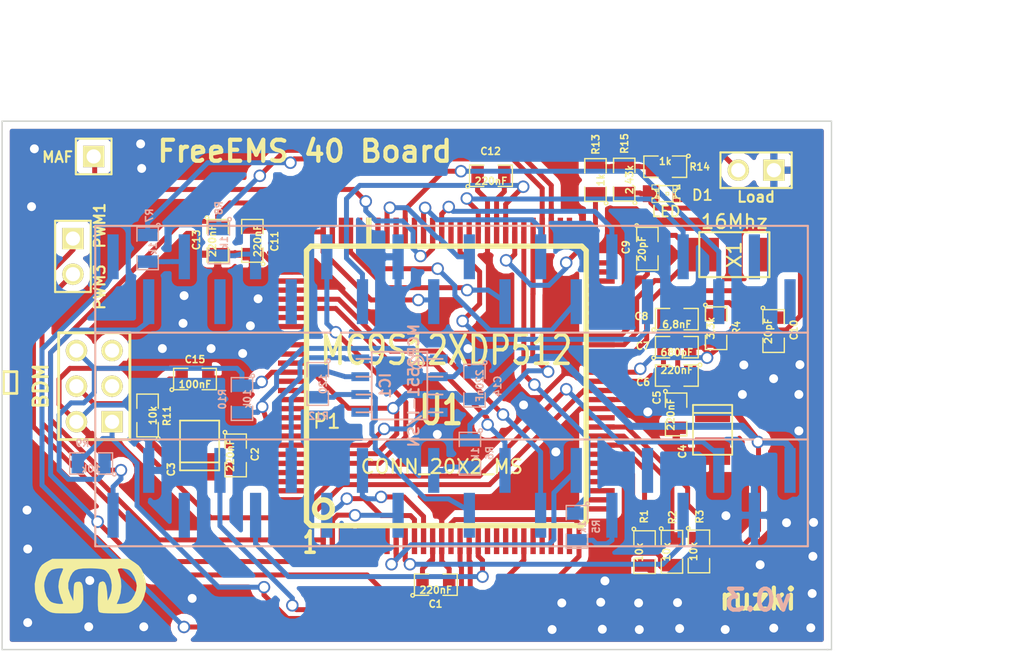
<source format=kicad_pcb>
(kicad_pcb (version 3) (host pcbnew "(2013-jul-07)-stable")
  (layers (15 F.Cu signal) (0 B.Cu signal) (18 B.Paste user) (19 F.Paste user) (20 B.SilkS user) (21 F.SilkS user) (22 B.Mask user) (23 F.Mask user) (28 Edge.Cuts user))
  (net 0 "")
  (net 1 /MAF)
  (net 2 BKGD)
  (net 3 Baro)
  (net 4 Batt)
  (net 5 Boost)
  (net 6 CAM)
  (net 7 CANH)
  (net 8 CANL)
  (net 9 CAN_RX)
  (net 10 CAN_TX)
  (net 11 CLT)
  (net 12 Crank)
  (net 13 Fuel_Pump)
  (net 14 GND)
  (net 15 IAC1A)
  (net 16 IAC2A)
  (net 17 IGN1/4)
  (net 18 IGN2/3)
  (net 19 Idle)
  (net 20 Inj_1)
  (net 21 Inj_2)
  (net 22 Inj_3)
  (net 23 Inj_4)
  (net 24 MAP)
  (net 25 MAT)
  (net 26 N-0000011)
  (net 27 N-0000012)
  (net 28 N-0000014)
  (net 29 N-0000015)
  (net 30 N-0000016)
  (net 31 N-0000027)
  (net 32 N-0000036)
  (net 33 N-0000040)
  (net 34 N-0000041)
  (net 35 N-0000042)
  (net 36 N-0000043)
  (net 37 N-0000044)
  (net 38 N-0000045)
  (net 39 N-0000053)
  (net 40 N-0000054)
  (net 41 N-0000055)
  (net 42 N-0000057)
  (net 43 N-0000058)
  (net 44 N-0000059)
  (net 45 PE0)
  (net 46 PE1)
  (net 47 RXD)
  (net 48 Reset)
  (net 49 Sp_ADC)
  (net 50 TPS)
  (net 51 TXD)
  (net 52 Tacho)
  (net 53 VCC)
  (net 54 Vref)
  (net 55 Vsyn)
  (net 56 o2)
  (module LOGO (layer F.Cu) (at 154.85 122.225)
    (fp_text reference G*** hide)
    (fp_text value LOGO hide)
  )
  (module ABM3 (layer F.Cu) (at 200.75 98.575)
    (fp_text reference X1 (at 0 0 90) (layer F.SilkS))
    (fp_text value 16Mhz (at 0 -2.35) (layer F.SilkS))
    (pad 1 smd rect (at 2.3 0) (size 2.4 2.4) (layers F.Cu F.Paste F.Mask) (net 43 N-0000058))
    (pad 2 smd rect (at -2.3 0) (size 2.4 2.4) (layers F.Cu F.Paste F.Mask) (net 44 N-0000059))
  )
  (module SMD_20x2_Con (layer F.Cu) (at 180.59 107.95)
    (fp_text reference P1 (at -8.89 2.525) (layer F.SilkS))
    (fp_text value CONN_20X2_MS (at -0.69 5.75) (layer F.SilkS))
    (pad 1 smd rect (at -24.13 9.22 180) (size 0.8 3.2) (layers B.Cu B.Paste B.Mask) (net 55 Vsyn))
    (pad 20 smd rect (at 24.13 6.02 180) (size 0.8 3.2) (layers B.Cu B.Paste B.Mask) (net 53 VCC))
    (pad 19 smd rect (at 21.59 9.22 180) (size 0.8 3.2) (layers B.Cu B.Paste B.Mask) (net 14 GND))
    (pad 2 smd rect (at -21.59 6.02 180) (size 0.8 3.2) (layers B.Cu B.Paste B.Mask) (net 14 GND))
    (pad 18 smd rect (at 19.05 6.02 180) (size 0.8 3.2) (layers B.Cu B.Paste B.Mask) (net 5 Boost))
    (pad 3 smd rect (at -19.05 9.22 180) (size 0.8 3.2) (layers B.Cu B.Paste B.Mask))
    (pad 17 smd rect (at 16.51 9.22 180) (size 0.8 3.2) (layers B.Cu B.Paste B.Mask) (net 6 CAM))
    (pad 4 smd rect (at -16.51 6.02 180) (size 0.8 3.2) (layers B.Cu B.Paste B.Mask) (net 23 Inj_4))
    (pad 16 smd rect (at 13.97 6.02 180) (size 0.8 3.2) (layers B.Cu B.Paste B.Mask))
    (pad 5 smd rect (at -13.97 9.22 180) (size 0.8 3.2) (layers B.Cu B.Paste B.Mask) (net 21 Inj_2))
    (pad 15 smd rect (at 11.43 9.22 180) (size 0.8 3.2) (layers B.Cu B.Paste B.Mask) (net 46 PE1))
    (pad 6 smd rect (at -11.43 6.02 180) (size 0.8 3.2) (layers B.Cu B.Paste B.Mask) (net 7 CANH))
    (pad 14 smd rect (at 8.89 6.02 180) (size 0.8 3.2) (layers B.Cu B.Paste B.Mask) (net 12 Crank))
    (pad 13 smd rect (at 6.35 9.22 180) (size 0.8 3.2) (layers B.Cu B.Paste B.Mask) (net 47 RXD))
    (pad 7 smd rect (at -8.89 9.22 180) (size 0.8 3.2) (layers B.Cu B.Paste B.Mask) (net 17 IGN1/4))
    (pad 8 smd rect (at -6.35 6.02 180) (size 0.8 3.2) (layers B.Cu B.Paste B.Mask) (net 18 IGN2/3))
    (pad 9 smd rect (at -3.81 9.22 180) (size 0.8 3.2) (layers B.Cu B.Paste B.Mask) (net 52 Tacho))
    (pad 12 smd rect (at 3.81 6.02 180) (size 0.8 3.2) (layers B.Cu B.Paste B.Mask) (net 51 TXD))
    (pad 11 smd rect (at 1.27 9.22 180) (size 0.8 3.2) (layers B.Cu B.Paste B.Mask) (net 8 CANL))
    (pad 10 smd rect (at -1.27 6.02 180) (size 0.8 3.2) (layers B.Cu B.Paste B.Mask) (net 45 PE0))
    (pad 29 smd rect (at 3.81 -6.02) (size 0.8 3.2) (layers B.Cu B.Paste B.Mask) (net 49 Sp_ADC))
    (pad 31 smd rect (at -1.27 -6.02) (size 0.8 3.2) (layers B.Cu B.Paste B.Mask) (net 54 Vref))
    (pad 32 smd rect (at -3.81 -9.22) (size 0.8 3.2) (layers B.Cu B.Paste B.Mask) (net 14 GND))
    (pad 30 smd rect (at 1.27 -9.22) (size 0.8 3.2) (layers B.Cu B.Paste B.Mask) (net 3 Baro))
    (pad 28 smd rect (at 6.35 -9.22) (size 0.8 3.2) (layers B.Cu B.Paste B.Mask) (net 56 o2))
    (pad 27 smd rect (at 8.89 -6.02) (size 0.8 3.2) (layers B.Cu B.Paste B.Mask) (net 4 Batt))
    (pad 33 smd rect (at -6.35 -6.02) (size 0.8 3.2) (layers B.Cu B.Paste B.Mask) (net 13 Fuel_Pump))
    (pad 34 smd rect (at -8.89 -9.22) (size 0.8 3.2) (layers B.Cu B.Paste B.Mask) (net 19 Idle))
    (pad 26 smd rect (at 11.43 -9.22) (size 0.8 3.2) (layers B.Cu B.Paste B.Mask) (net 50 TPS))
    (pad 35 smd rect (at -11.43 -6.02) (size 0.8 3.2) (layers B.Cu B.Paste B.Mask))
    (pad 25 smd rect (at 13.97 -6.02) (size 0.8 3.2) (layers B.Cu B.Paste B.Mask) (net 11 CLT))
    (pad 36 smd rect (at -13.97 -9.22) (size 0.8 3.2) (layers B.Cu B.Paste B.Mask) (net 16 IAC2A))
    (pad 24 smd rect (at 16.51 -9.22) (size 0.8 3.2) (layers B.Cu B.Paste B.Mask) (net 25 MAT))
    (pad 37 smd rect (at -16.51 -6.02) (size 0.8 3.2) (layers B.Cu B.Paste B.Mask))
    (pad 23 smd rect (at 19.05 -6.02) (size 0.8 3.2) (layers B.Cu B.Paste B.Mask) (net 24 MAP))
    (pad 38 smd rect (at -19.05 -9.22) (size 0.8 3.2) (layers B.Cu B.Paste B.Mask) (net 15 IAC1A))
    (pad 22 smd rect (at 21.59 -9.22) (size 0.8 3.2) (layers B.Cu B.Paste B.Mask))
    (pad 39 smd rect (at -21.59 -6.02) (size 0.8 3.2) (layers B.Cu B.Paste B.Mask) (net 22 Inj_3))
    (pad 40 smd rect (at -24.13 -9.22) (size 0.8 3.2) (layers B.Cu B.Paste B.Mask) (net 20 Inj_1))
    (pad 21 smd rect (at 24.13 -6.02) (size 0.8 3.2) (layers B.Cu B.Paste B.Mask))
  )
  (module pin_array_3x2 (layer F.Cu) (at 155.12 107.96 90)
    (fp_text reference BDM (at 0 -3.81 90) (layer F.SilkS) (effects (font (size 1.016 1.016) (thickness 0.2032))))
    (fp_text value CONN_3X2 hide)
    (pad 1 thru_hole rect (at -2.54 1.27 90) (size 1.524 1.524) (drill 1.016) (layers *.Cu *.Mask F.SilkS) (net 2 BKGD))
    (pad 2 thru_hole circle (at -2.54 -1.27 90) (size 1.524 1.524) (drill 1.016) (layers *.Cu *.Mask F.SilkS) (net 14 GND))
    (pad 3 thru_hole circle (at 0 1.27 90) (size 1.524 1.524) (drill 1.016) (layers *.Cu *.Mask F.SilkS))
    (pad 4 thru_hole circle (at 0 -1.27 90) (size 1.524 1.524) (drill 1.016) (layers *.Cu *.Mask F.SilkS) (net 48 Reset))
    (pad 5 thru_hole circle (at 2.54 1.27 90) (size 1.524 1.524) (drill 1.016) (layers *.Cu *.Mask F.SilkS))
    (pad 6 thru_hole circle (at 2.54 -1.27 90) (size 1.524 1.524) (drill 1.016) (layers *.Cu *.Mask F.SilkS) (net 53 VCC))
  )
  (module PIN_ARRAY_2X1 (layer F.Cu) (at 153.6 98.7 270)
    (fp_text reference "PWM3  PWM1" (at 0 -1.905 270) (layer F.SilkS) (effects (font (size 0.762 0.762) (thickness 0.1524))))
    (fp_text value CONN_2 hide)
    (pad 1 thru_hole rect (at -1.27 0 270) (size 1.524 1.524) (drill 1.016) (layers *.Cu *.Mask F.SilkS) (net 40 N-0000054))
    (pad 2 thru_hole circle (at 1.27 0 270) (size 1.524 1.524) (drill 1.016) (layers *.Cu *.Mask F.SilkS) (net 39 N-0000053))
  )
  (module so-8 (layer B.Cu) (at 176.88 107.92 270)
    (fp_text reference IC1 (at 0 1.016 270) (layer B.SilkS) (effects (font (size 0.7493 0.7493) (thickness 0.14986)) (justify mirror)))
    (fp_text value MCP2551-I/SN (at 0 -1.016 270) (layer B.SilkS) (effects (font (size 0.7493 0.7493) (thickness 0.14986)) (justify mirror)))
    (pad 1 smd rect (at -1.905 -2.794 270) (size 0.635 1.27) (layers B.Cu B.Paste B.Mask) (net 10 CAN_TX))
    (pad 2 smd rect (at -0.635 -2.794 270) (size 0.635 1.27) (layers B.Cu B.Paste B.Mask) (net 14 GND))
    (pad 3 smd rect (at 0.635 -2.794 270) (size 0.635 1.27) (layers B.Cu B.Paste B.Mask) (net 53 VCC))
    (pad 4 smd rect (at 1.905 -2.794 270) (size 0.635 1.27) (layers B.Cu B.Paste B.Mask) (net 9 CAN_RX))
    (pad 5 smd rect (at 1.905 2.794 270) (size 0.635 1.27) (layers B.Cu B.Paste B.Mask))
    (pad 6 smd rect (at 0.635 2.794 270) (size 0.635 1.27) (layers B.Cu B.Paste B.Mask) (net 8 CANL))
    (pad 7 smd rect (at -0.635 2.794 270) (size 0.635 1.27) (layers B.Cu B.Paste B.Mask) (net 7 CANH))
    (pad 8 smd rect (at -1.905 2.794 270) (size 0.635 1.27) (layers B.Cu B.Paste B.Mask) (net 14 GND))
  )
  (module SM0805 (layer F.Cu) (at 194.55 98.15 270)
    (fp_text reference C9 (at -0.1 1.525 270) (layer F.SilkS) (effects (font (size 0.50038 0.50038) (thickness 0.10922))))
    (fp_text value 20pF (at 0 0.381 270) (layer F.SilkS) (effects (font (size 0.50038 0.50038) (thickness 0.10922))))
    (pad 1 smd rect (at -0.9525 0 270) (size 0.889 1.397) (layers F.Cu F.Paste F.Mask) (net 44 N-0000059))
    (pad 2 smd rect (at 0.9525 0 270) (size 0.889 1.397) (layers F.Cu F.Paste F.Mask) (net 14 GND))
  )
  (module SM0805 (layer B.Cu) (at 165.65 108.875 270)
    (fp_text reference R10 (at 0.01 1.4 270) (layer B.SilkS) (effects (font (size 0.50038 0.50038) (thickness 0.10922)) (justify mirror)))
    (fp_text value 10k (at 0 -0.381 270) (layer B.SilkS) (effects (font (size 0.50038 0.50038) (thickness 0.10922)) (justify mirror)))
    (pad 1 smd rect (at -0.9525 0 270) (size 0.889 1.397) (layers B.Cu B.Paste B.Mask) (net 53 VCC))
    (pad 2 smd rect (at 0.9525 0 270) (size 0.889 1.397) (layers B.Cu B.Paste B.Mask) (net 10 CAN_TX))
  )
  (module SM0805 (layer B.Cu) (at 154.9 113.475 180)
    (fp_text reference R9 (at 0.625 1.45 180) (layer B.SilkS) (effects (font (size 0.50038 0.50038) (thickness 0.10922)) (justify mirror)))
    (fp_text value 10k (at 0 -0.381 180) (layer B.SilkS) (effects (font (size 0.50038 0.50038) (thickness 0.10922)) (justify mirror)))
    (pad 1 smd rect (at -0.9525 0 180) (size 0.889 1.397) (layers B.Cu B.Paste B.Mask) (net 53 VCC))
    (pad 2 smd rect (at 0.9525 0 180) (size 0.889 1.397) (layers B.Cu B.Paste B.Mask) (net 2 BKGD))
  )
  (module SM0805 (layer F.Cu) (at 194.35 119.8 270)
    (fp_text reference R1 (at -2.54 0.03 270) (layer F.SilkS) (effects (font (size 0.50038 0.50038) (thickness 0.10922))))
    (fp_text value 10k (at 0 0.381 270) (layer F.SilkS) (effects (font (size 0.50038 0.50038) (thickness 0.10922))))
    (pad 1 smd rect (at -0.9525 0 270) (size 0.889 1.397) (layers F.Cu F.Paste F.Mask) (net 27 N-0000012))
    (pad 2 smd rect (at 0.9525 0 270) (size 0.889 1.397) (layers F.Cu F.Paste F.Mask) (net 53 VCC))
  )
  (module SM0805 (layer F.Cu) (at 198.225 119.75 270)
    (fp_text reference R3 (at -2.48 -0.055 270) (layer F.SilkS) (effects (font (size 0.50038 0.50038) (thickness 0.10922))))
    (fp_text value 10k (at 0 0.381 270) (layer F.SilkS) (effects (font (size 0.50038 0.50038) (thickness 0.10922))))
    (pad 1 smd rect (at -0.9525 0 270) (size 0.889 1.397) (layers F.Cu F.Paste F.Mask) (net 41 N-0000055))
    (pad 2 smd rect (at 0.9525 0 270) (size 0.889 1.397) (layers F.Cu F.Paste F.Mask) (net 14 GND))
  )
  (module SM0805 (layer F.Cu) (at 196.3 119.775 270)
    (fp_text reference R2 (at -2.455 -0.04 270) (layer F.SilkS) (effects (font (size 0.50038 0.50038) (thickness 0.10922))))
    (fp_text value 10k (at 0 0.381 270) (layer F.SilkS) (effects (font (size 0.50038 0.50038) (thickness 0.10922))))
    (pad 1 smd rect (at -0.9525 0 270) (size 0.889 1.397) (layers F.Cu F.Paste F.Mask) (net 26 N-0000011))
    (pad 2 smd rect (at 0.9525 0 270) (size 0.889 1.397) (layers F.Cu F.Paste F.Mask) (net 14 GND))
  )
  (module SM0805 (layer B.Cu) (at 164 97.7 270)
    (fp_text reference R8 (at -2.45 0 270) (layer B.SilkS) (effects (font (size 0.50038 0.50038) (thickness 0.10922)) (justify mirror)))
    (fp_text value 1k (at 0 -0.381 270) (layer B.SilkS) (effects (font (size 0.50038 0.50038) (thickness 0.10922)) (justify mirror)))
    (pad 1 smd rect (at -0.9525 0 270) (size 0.889 1.397) (layers B.Cu B.Paste B.Mask) (net 38 N-0000045))
    (pad 2 smd rect (at 0.9525 0 270) (size 0.889 1.397) (layers B.Cu B.Paste B.Mask) (net 16 IAC2A))
  )
  (module SM0805 (layer B.Cu) (at 158.925 98.125 270)
    (fp_text reference R7 (at -2.35 -0.125 270) (layer B.SilkS) (effects (font (size 0.50038 0.50038) (thickness 0.10922)) (justify mirror)))
    (fp_text value 1k (at 0 -0.381 270) (layer B.SilkS) (effects (font (size 0.50038 0.50038) (thickness 0.10922)) (justify mirror)))
    (pad 1 smd rect (at -0.9525 0 270) (size 0.889 1.397) (layers B.Cu B.Paste B.Mask) (net 37 N-0000044))
    (pad 2 smd rect (at 0.9525 0 270) (size 0.889 1.397) (layers B.Cu B.Paste B.Mask) (net 15 IAC1A))
  )
  (module SM0805 (layer B.Cu) (at 181.9 112.775 270)
    (fp_text reference R6 (at -0.045 -1.405 270) (layer B.SilkS) (effects (font (size 0.50038 0.50038) (thickness 0.10922)) (justify mirror)))
    (fp_text value 1k (at 0 -0.381 270) (layer B.SilkS) (effects (font (size 0.50038 0.50038) (thickness 0.10922)) (justify mirror)))
    (pad 1 smd rect (at -0.9525 0 270) (size 0.889 1.397) (layers B.Cu B.Paste B.Mask) (net 36 N-0000043))
    (pad 2 smd rect (at 0.9525 0 270) (size 0.889 1.397) (layers B.Cu B.Paste B.Mask) (net 45 PE0))
  )
  (module SM0805 (layer B.Cu) (at 171.05 107.8 270)
    (fp_text reference R12 (at 2.29 -0.06 540) (layer B.SilkS) (effects (font (size 0.50038 0.50038) (thickness 0.10922)) (justify mirror)))
    (fp_text value 120 (at 0 -0.381 270) (layer B.SilkS) (effects (font (size 0.50038 0.50038) (thickness 0.10922)) (justify mirror)))
    (pad 1 smd rect (at -0.9525 0 270) (size 0.889 1.397) (layers B.Cu B.Paste B.Mask) (net 7 CANH))
    (pad 2 smd rect (at 0.9525 0 270) (size 0.889 1.397) (layers B.Cu B.Paste B.Mask) (net 8 CANL))
  )
  (module SM0805 (layer F.Cu) (at 183.4 92.95)
    (fp_text reference C12 (at -0.025 -1.75) (layer F.SilkS) (effects (font (size 0.50038 0.50038) (thickness 0.10922))))
    (fp_text value 220nF (at 0 0.381) (layer F.SilkS) (effects (font (size 0.50038 0.50038) (thickness 0.10922))))
    (pad 1 smd rect (at -0.9525 0) (size 0.889 1.397) (layers F.Cu F.Paste F.Mask) (net 14 GND))
    (pad 2 smd rect (at 0.9525 0) (size 0.889 1.397) (layers F.Cu F.Paste F.Mask) (net 28 N-0000014))
  )
  (module SM0805 (layer F.Cu) (at 158.92 110.05 90)
    (fp_text reference R11 (at -0.025 1.38 90) (layer F.SilkS) (effects (font (size 0.50038 0.50038) (thickness 0.10922))))
    (fp_text value 10k (at 0 0.381 90) (layer F.SilkS) (effects (font (size 0.50038 0.50038) (thickness 0.10922))))
    (pad 1 smd rect (at -0.9525 0 90) (size 0.889 1.397) (layers F.Cu F.Paste F.Mask) (net 53 VCC))
    (pad 2 smd rect (at 0.9525 0 90) (size 0.889 1.397) (layers F.Cu F.Paste F.Mask) (net 48 Reset))
  )
  (module SM0805 (layer F.Cu) (at 196.65 103.175)
    (fp_text reference C8 (at -2.525 -0.2) (layer F.SilkS) (effects (font (size 0.50038 0.50038) (thickness 0.10922))))
    (fp_text value 6,8nF (at 0 0.381) (layer F.SilkS) (effects (font (size 0.50038 0.50038) (thickness 0.10922))))
    (pad 1 smd rect (at -0.9525 0) (size 0.889 1.397) (layers F.Cu F.Paste F.Mask) (net 42 N-0000057))
    (pad 2 smd rect (at 0.9525 0) (size 0.889 1.397) (layers F.Cu F.Paste F.Mask) (net 29 N-0000015))
  )
  (module SM0805 (layer F.Cu) (at 196.65 105.175)
    (fp_text reference C7 (at -2.425 -0.075) (layer F.SilkS) (effects (font (size 0.50038 0.50038) (thickness 0.10922))))
    (fp_text value 680pF (at 0 0.381) (layer F.SilkS) (effects (font (size 0.50038 0.50038) (thickness 0.10922))))
    (pad 1 smd rect (at -0.9525 0) (size 0.889 1.397) (layers F.Cu F.Paste F.Mask) (net 42 N-0000057))
    (pad 2 smd rect (at 0.9525 0) (size 0.889 1.397) (layers F.Cu F.Paste F.Mask) (net 30 N-0000016))
  )
  (module SM0805 (layer B.Cu) (at 189.525 118 270)
    (fp_text reference R5 (at -0.03 -1.375 270) (layer B.SilkS) (effects (font (size 0.50038 0.50038) (thickness 0.10922)) (justify mirror)))
    (fp_text value 1k (at 0 -0.381 270) (layer B.SilkS) (effects (font (size 0.50038 0.50038) (thickness 0.10922)) (justify mirror)))
    (pad 1 smd rect (at -0.9525 0 270) (size 0.889 1.397) (layers B.Cu B.Paste B.Mask) (net 35 N-0000042))
    (pad 2 smd rect (at 0.9525 0 270) (size 0.889 1.397) (layers B.Cu B.Paste B.Mask) (net 46 PE1))
  )
  (module SM0805 (layer F.Cu) (at 199.45 103.825 270)
    (fp_text reference R4 (at -0.03 -1.455 270) (layer F.SilkS) (effects (font (size 0.50038 0.50038) (thickness 0.10922))))
    (fp_text value 3,3k (at 0 0.381 270) (layer F.SilkS) (effects (font (size 0.50038 0.50038) (thickness 0.10922))))
    (pad 1 smd rect (at -0.9525 0 270) (size 0.889 1.397) (layers F.Cu F.Paste F.Mask) (net 29 N-0000015))
    (pad 2 smd rect (at 0.9525 0 270) (size 0.889 1.397) (layers F.Cu F.Paste F.Mask) (net 30 N-0000016))
  )
  (module SM0805 (layer F.Cu) (at 196.65 107.2 180)
    (fp_text reference C6 (at 2.4 -0.475 180) (layer F.SilkS) (effects (font (size 0.50038 0.50038) (thickness 0.10922))))
    (fp_text value 220nF (at 0 0.381 180) (layer F.SilkS) (effects (font (size 0.50038 0.50038) (thickness 0.10922))))
    (pad 1 smd rect (at -0.9525 0 180) (size 0.889 1.397) (layers F.Cu F.Paste F.Mask) (net 14 GND))
    (pad 2 smd rect (at 0.9525 0 180) (size 0.889 1.397) (layers F.Cu F.Paste F.Mask) (net 42 N-0000057))
  )
  (module SM0805 (layer F.Cu) (at 196.6 109.975 270)
    (fp_text reference C5 (at -1.2 1.375 270) (layer F.SilkS) (effects (font (size 0.50038 0.50038) (thickness 0.10922))))
    (fp_text value 220nF (at 0 0.381 270) (layer F.SilkS) (effects (font (size 0.50038 0.50038) (thickness 0.10922))))
    (pad 1 smd rect (at -0.9525 0 270) (size 0.889 1.397) (layers F.Cu F.Paste F.Mask) (net 53 VCC))
    (pad 2 smd rect (at 0.9525 0 270) (size 0.889 1.397) (layers F.Cu F.Paste F.Mask) (net 14 GND))
  )
  (module SM0805 (layer F.Cu) (at 179.47 122.12)
    (fp_text reference C1 (at -0.02 1.38) (layer F.SilkS) (effects (font (size 0.50038 0.50038) (thickness 0.10922))))
    (fp_text value 220nF (at 0 0.381) (layer F.SilkS) (effects (font (size 0.50038 0.50038) (thickness 0.10922))))
    (pad 1 smd rect (at -0.9525 0) (size 0.889 1.397) (layers F.Cu F.Paste F.Mask) (net 31 N-0000027))
    (pad 2 smd rect (at 0.9525 0) (size 0.889 1.397) (layers F.Cu F.Paste F.Mask) (net 14 GND))
  )
  (module SM0805 (layer F.Cu) (at 165.2 112.9 270)
    (fp_text reference C2 (at -0.08 -1.38 270) (layer F.SilkS) (effects (font (size 0.50038 0.50038) (thickness 0.10922))))
    (fp_text value 220nF (at 0 0.381 270) (layer F.SilkS) (effects (font (size 0.50038 0.50038) (thickness 0.10922))))
    (pad 1 smd rect (at -0.9525 0 270) (size 0.889 1.397) (layers F.Cu F.Paste F.Mask) (net 14 GND))
    (pad 2 smd rect (at 0.9525 0 270) (size 0.889 1.397) (layers F.Cu F.Paste F.Mask) (net 53 VCC))
  )
  (module SM0805 (layer F.Cu) (at 166.39 97.59 90)
    (fp_text reference C11 (at -0.035 1.585 90) (layer F.SilkS) (effects (font (size 0.50038 0.50038) (thickness 0.10922))))
    (fp_text value 220nF (at 0 0.381 90) (layer F.SilkS) (effects (font (size 0.50038 0.50038) (thickness 0.10922))))
    (pad 1 smd rect (at -0.9525 0 90) (size 0.889 1.397) (layers F.Cu F.Paste F.Mask) (net 14 GND))
    (pad 2 smd rect (at 0.9525 0 90) (size 0.889 1.397) (layers F.Cu F.Paste F.Mask) (net 54 Vref))
  )
  (module SM0805 (layer F.Cu) (at 203.55 104.025 270)
    (fp_text reference C10 (at -0.075 -1.45 270) (layer F.SilkS) (effects (font (size 0.50038 0.50038) (thickness 0.10922))))
    (fp_text value 20pF (at 0 0.381 270) (layer F.SilkS) (effects (font (size 0.50038 0.50038) (thickness 0.10922))))
    (pad 1 smd rect (at -0.9525 0 270) (size 0.889 1.397) (layers F.Cu F.Paste F.Mask) (net 43 N-0000058))
    (pad 2 smd rect (at 0.9525 0 270) (size 0.889 1.397) (layers F.Cu F.Paste F.Mask) (net 14 GND))
  )
  (module PQFP112 (layer F.Cu) (at 180.22 107.94 180)
    (fp_text reference U1 (at 0.37 -1.735 180) (layer F.SilkS) (effects (font (size 2.032 1.524) (thickness 0.3048))))
    (fp_text value MC9S12XDP512 (at 0 2.54 180) (layer F.SilkS) (effects (font (size 2.032 1.524) (thickness 0.254))))
    (fp_text user 1 (at 9.7155 -11.176 180) (layer F.SilkS) (effects (font (size 1.524 1.016) (thickness 0.254))))
    (pad 1 smd rect (at 8.7757 -10.9855 270) (size 2.032 0.381) (layers F.Cu F.Paste F.Mask) (net 39 N-0000053))
    (pad 2 smd rect (at 8.128 -10.9855 270) (size 2.032 0.381) (layers F.Cu F.Paste F.Mask) (net 52 Tacho))
    (pad 3 smd rect (at 7.4803 -10.9855 270) (size 2.032 0.381) (layers F.Cu F.Paste F.Mask) (net 40 N-0000054))
    (pad 4 smd rect (at 6.8326 -10.9855 270) (size 2.032 0.381) (layers F.Cu F.Paste F.Mask))
    (pad 5 smd rect (at 6.1849 -10.9855 270) (size 2.032 0.381) (layers F.Cu F.Paste F.Mask))
    (pad 6 smd rect (at 5.5245 -10.9855 270) (size 2.032 0.381) (layers F.Cu F.Paste F.Mask))
    (pad 7 smd rect (at 4.8768 -10.9855 270) (size 2.032 0.381) (layers F.Cu F.Paste F.Mask))
    (pad 8 smd rect (at 4.2291 -10.9855 270) (size 2.032 0.381) (layers F.Cu F.Paste F.Mask))
    (pad 9 smd rect (at 3.5814 -10.9855 270) (size 2.032 0.381) (layers F.Cu F.Paste F.Mask) (net 12 Crank))
    (pad 10 smd rect (at 2.9337 -10.9855 270) (size 2.032 0.381) (layers F.Cu F.Paste F.Mask) (net 6 CAM))
    (pad 11 smd rect (at 2.2733 -10.9855 270) (size 2.032 0.381) (layers F.Cu F.Paste F.Mask) (net 17 IGN1/4))
    (pad 12 smd rect (at 1.6256 -10.9855 270) (size 2.032 0.381) (layers F.Cu F.Paste F.Mask) (net 18 IGN2/3))
    (pad 13 smd rect (at 0.9779 -10.9855 270) (size 2.032 0.381) (layers F.Cu F.Paste F.Mask) (net 31 N-0000027))
    (pad 14 smd rect (at 0.3302 -10.9855 270) (size 2.032 0.381) (layers F.Cu F.Paste F.Mask) (net 14 GND))
    (pad 15 smd rect (at -0.3302 -10.9855 270) (size 2.032 0.381) (layers F.Cu F.Paste F.Mask) (net 20 Inj_1))
    (pad 16 smd rect (at -0.9779 -10.9855 270) (size 2.032 0.381) (layers F.Cu F.Paste F.Mask) (net 22 Inj_3))
    (pad 17 smd rect (at -1.6256 -10.9855 270) (size 2.032 0.381) (layers F.Cu F.Paste F.Mask) (net 23 Inj_4))
    (pad 18 smd rect (at -2.2733 -10.9855 270) (size 2.032 0.381) (layers F.Cu F.Paste F.Mask) (net 21 Inj_2))
    (pad 19 smd rect (at -2.9337 -10.9855 270) (size 2.032 0.381) (layers F.Cu F.Paste F.Mask))
    (pad 20 smd rect (at -3.5814 -10.9855 270) (size 2.032 0.381) (layers F.Cu F.Paste F.Mask))
    (pad 21 smd rect (at -4.2291 -10.9855 270) (size 2.032 0.381) (layers F.Cu F.Paste F.Mask))
    (pad 22 smd rect (at -4.8768 -10.9855 270) (size 2.032 0.381) (layers F.Cu F.Paste F.Mask))
    (pad 23 smd rect (at -5.5245 -10.9855 270) (size 2.032 0.381) (layers F.Cu F.Paste F.Mask) (net 2 BKGD))
    (pad 24 smd rect (at -6.1849 -10.9855 270) (size 2.032 0.381) (layers F.Cu F.Paste F.Mask))
    (pad 25 smd rect (at -6.8326 -10.9855 270) (size 2.032 0.381) (layers F.Cu F.Paste F.Mask))
    (pad 26 smd rect (at -7.4803 -10.9855 270) (size 2.032 0.381) (layers F.Cu F.Paste F.Mask))
    (pad 27 smd rect (at -8.128 -10.9855 270) (size 2.032 0.381) (layers F.Cu F.Paste F.Mask))
    (pad 28 smd rect (at -8.7757 -10.9855 270) (size 2.032 0.381) (layers F.Cu F.Paste F.Mask))
    (pad 29 smd rect (at -10.9855 -8.7757 180) (size 2.032 0.381) (layers F.Cu F.Paste F.Mask))
    (pad 30 smd rect (at -10.9855 -8.128 180) (size 2.032 0.381) (layers F.Cu F.Paste F.Mask))
    (pad 31 smd rect (at -10.9855 -7.4803 180) (size 2.032 0.381) (layers F.Cu F.Paste F.Mask))
    (pad 32 smd rect (at -10.9855 -6.8326 180) (size 2.032 0.381) (layers F.Cu F.Paste F.Mask))
    (pad 33 smd rect (at -10.9855 -6.1849 180) (size 2.032 0.381) (layers F.Cu F.Paste F.Mask))
    (pad 34 smd rect (at -10.9855 -5.5245 180) (size 2.032 0.381) (layers F.Cu F.Paste F.Mask))
    (pad 35 smd rect (at -10.9855 -4.8768 180) (size 2.032 0.381) (layers F.Cu F.Paste F.Mask))
    (pad 36 smd rect (at -10.9855 -4.2291 180) (size 2.032 0.381) (layers F.Cu F.Paste F.Mask) (net 27 N-0000012))
    (pad 37 smd rect (at -10.9855 -3.5814 180) (size 2.032 0.381) (layers F.Cu F.Paste F.Mask) (net 26 N-0000011))
    (pad 38 smd rect (at -10.9855 -2.9337 180) (size 2.032 0.381) (layers F.Cu F.Paste F.Mask) (net 41 N-0000055))
    (pad 39 smd rect (at -10.9855 -2.2733 180) (size 2.032 0.381) (layers F.Cu F.Paste F.Mask))
    (pad 40 smd rect (at -10.9855 -1.6256 180) (size 2.032 0.381) (layers F.Cu F.Paste F.Mask) (net 14 GND))
    (pad 41 smd rect (at -10.9855 -0.9779 180) (size 2.032 0.381) (layers F.Cu F.Paste F.Mask) (net 53 VCC))
    (pad 42 smd rect (at -10.9855 -0.3302 180) (size 2.032 0.381) (layers F.Cu F.Paste F.Mask) (net 48 Reset))
    (pad 43 smd rect (at -10.9855 0.3302 180) (size 2.032 0.381) (layers F.Cu F.Paste F.Mask) (net 42 N-0000057))
    (pad 44 smd rect (at -10.9855 0.9779 180) (size 2.032 0.381) (layers F.Cu F.Paste F.Mask) (net 30 N-0000016))
    (pad 45 smd rect (at -10.9855 1.6256 180) (size 2.032 0.381) (layers F.Cu F.Paste F.Mask) (net 14 GND))
    (pad 46 smd rect (at -10.9855 2.2733 180) (size 2.032 0.381) (layers F.Cu F.Paste F.Mask) (net 43 N-0000058))
    (pad 47 smd rect (at -10.9855 2.9337 180) (size 2.032 0.381) (layers F.Cu F.Paste F.Mask) (net 44 N-0000059))
    (pad 48 smd rect (at -10.9855 3.5814 180) (size 2.032 0.381) (layers F.Cu F.Paste F.Mask) (net 14 GND))
    (pad 49 smd rect (at -10.9855 4.2291 180) (size 2.032 0.381) (layers F.Cu F.Paste F.Mask))
    (pad 50 smd rect (at -10.9855 4.8768 180) (size 2.032 0.381) (layers F.Cu F.Paste F.Mask))
    (pad 51 smd rect (at -10.9855 5.5245 180) (size 2.032 0.381) (layers F.Cu F.Paste F.Mask))
    (pad 52 smd rect (at -10.9855 6.1849 180) (size 2.032 0.381) (layers F.Cu F.Paste F.Mask))
    (pad 53 smd rect (at -10.9855 6.8326 180) (size 2.032 0.381) (layers F.Cu F.Paste F.Mask))
    (pad 54 smd rect (at -10.9855 7.4803 180) (size 2.032 0.381) (layers F.Cu F.Paste F.Mask))
    (pad 55 smd rect (at -10.9855 8.128 180) (size 2.032 0.381) (layers F.Cu F.Paste F.Mask))
    (pad 56 smd rect (at -10.9855 8.7757 180) (size 2.032 0.381) (layers F.Cu F.Paste F.Mask))
    (pad 57 smd rect (at -8.7757 10.9855 270) (size 2.032 0.381) (layers F.Cu F.Paste F.Mask))
    (pad 58 smd rect (at -8.128 10.9855 270) (size 2.032 0.381) (layers F.Cu F.Paste F.Mask))
    (pad 59 smd rect (at -7.4803 10.9855 270) (size 2.032 0.381) (layers F.Cu F.Paste F.Mask) (net 38 N-0000045))
    (pad 60 smd rect (at -6.8326 10.9855 270) (size 2.032 0.381) (layers F.Cu F.Paste F.Mask) (net 37 N-0000044))
    (pad 61 smd rect (at -6.1849 10.9855 270) (size 2.032 0.381) (layers F.Cu F.Paste F.Mask) (net 36 N-0000043))
    (pad 62 smd rect (at -5.5245 10.9855 270) (size 2.032 0.381) (layers F.Cu F.Paste F.Mask) (net 35 N-0000042))
    (pad 63 smd rect (at -4.8768 10.9855 270) (size 2.032 0.381) (layers F.Cu F.Paste F.Mask) (net 33 N-0000040))
    (pad 64 smd rect (at -4.2291 10.9855 270) (size 2.032 0.381) (layers F.Cu F.Paste F.Mask) (net 13 Fuel_Pump))
    (pad 65 smd rect (at -3.5814 10.9855 270) (size 2.032 0.381) (layers F.Cu F.Paste F.Mask) (net 28 N-0000014))
    (pad 66 smd rect (at -2.9337 10.9855 270) (size 2.032 0.381) (layers F.Cu F.Paste F.Mask) (net 14 GND))
    (pad 67 smd rect (at -2.2733 10.9855 270) (size 2.032 0.381) (layers F.Cu F.Paste F.Mask) (net 25 MAT))
    (pad 68 smd rect (at -1.6256 10.9855 270) (size 2.032 0.381) (layers F.Cu F.Paste F.Mask))
    (pad 69 smd rect (at -0.9779 10.9855 270) (size 2.032 0.381) (layers F.Cu F.Paste F.Mask) (net 11 CLT))
    (pad 70 smd rect (at -0.3302 10.9855 270) (size 2.032 0.381) (layers F.Cu F.Paste F.Mask))
    (pad 71 smd rect (at 0.3302 10.9855 270) (size 2.032 0.381) (layers F.Cu F.Paste F.Mask) (net 50 TPS))
    (pad 72 smd rect (at 0.9779 10.9855 270) (size 2.032 0.381) (layers F.Cu F.Paste F.Mask) (net 1 /MAF))
    (pad 73 smd rect (at 1.6256 10.9855 270) (size 2.032 0.381) (layers F.Cu F.Paste F.Mask) (net 56 o2))
    (pad 74 smd rect (at 2.2733 10.9855 270) (size 2.032 0.381) (layers F.Cu F.Paste F.Mask))
    (pad 75 smd rect (at 2.9337 10.9855 270) (size 2.032 0.381) (layers F.Cu F.Paste F.Mask) (net 24 MAP))
    (pad 76 smd rect (at 3.5814 10.9855 270) (size 2.032 0.381) (layers F.Cu F.Paste F.Mask))
    (pad 77 smd rect (at 4.2291 10.9855 270) (size 2.032 0.381) (layers F.Cu F.Paste F.Mask) (net 3 Baro))
    (pad 78 smd rect (at 4.8768 10.9855 270) (size 2.032 0.381) (layers F.Cu F.Paste F.Mask))
    (pad 79 smd rect (at 5.5245 10.9855 270) (size 2.032 0.381) (layers F.Cu F.Paste F.SilkS F.Mask) (net 4 Batt))
    (pad 80 smd rect (at 6.1849 10.9855 270) (size 2.032 0.381) (layers F.Cu F.Paste F.Mask))
    (pad 81 smd rect (at 6.8326 10.9855 270) (size 2.032 0.381) (layers F.Cu F.Paste F.Mask) (net 49 Sp_ADC))
    (pad 82 smd rect (at 7.4803 10.9855 270) (size 2.032 0.381) (layers F.Cu F.Paste F.Mask))
    (pad 83 smd rect (at 8.128 10.9855 270) (size 2.032 0.381) (layers F.Cu F.Paste F.Mask) (net 55 Vsyn))
    (pad 84 smd rect (at 8.7757 10.9855 270) (size 2.032 0.381) (layers F.Cu F.Paste F.Mask) (net 54 Vref))
    (pad 85 smd rect (at 10.9855 8.7757 180) (size 2.032 0.381) (layers F.Cu F.Paste F.Mask) (net 14 GND))
    (pad 86 smd rect (at 10.9855 8.128 180) (size 2.032 0.381) (layers F.Cu F.Paste F.Mask) (net 14 GND))
    (pad 87 smd rect (at 10.9855 7.4803 180) (size 2.032 0.381) (layers F.Cu F.Paste F.Mask))
    (pad 88 smd rect (at 10.9855 6.8326 180) (size 2.032 0.381) (layers F.Cu F.Paste F.Mask))
    (pad 89 smd rect (at 10.9855 6.1849 180) (size 2.032 0.381) (layers F.Cu F.Paste F.Mask) (net 47 RXD))
    (pad 90 smd rect (at 10.9855 5.5245 180) (size 2.032 0.381) (layers F.Cu F.Paste F.Mask) (net 51 TXD))
    (pad 91 smd rect (at 10.9855 4.8768 180) (size 2.032 0.381) (layers F.Cu F.Paste F.Mask))
    (pad 92 smd rect (at 10.9855 4.2291 180) (size 2.032 0.381) (layers F.Cu F.Paste F.Mask))
    (pad 93 smd rect (at 10.9855 3.5814 180) (size 2.032 0.381) (layers F.Cu F.Paste F.Mask))
    (pad 94 smd rect (at 10.9855 2.9337 180) (size 2.032 0.381) (layers F.Cu F.Paste F.Mask))
    (pad 95 smd rect (at 10.9855 2.2733 180) (size 2.032 0.381) (layers F.Cu F.Paste F.Mask))
    (pad 96 smd rect (at 10.9855 1.6256 180) (size 2.032 0.381) (layers F.Cu F.Paste F.Mask))
    (pad 97 smd rect (at 10.9855 0.9779 180) (size 2.032 0.381) (layers F.Cu F.Paste F.Mask) (net 53 VCC))
    (pad 98 smd rect (at 10.9855 0.3302 180) (size 2.032 0.381) (layers F.Cu F.Paste F.Mask))
    (pad 99 smd rect (at 10.9855 -0.3302 180) (size 2.032 0.381) (layers F.Cu F.Paste F.Mask))
    (pad 100 smd rect (at 10.9855 -0.9779 180) (size 2.032 0.381) (layers F.Cu F.Paste F.Mask))
    (pad 101 smd rect (at 10.9855 -1.6256 180) (size 2.032 0.381) (layers F.Cu F.Paste F.Mask))
    (pad 102 smd rect (at 10.9855 -2.2733 180) (size 2.032 0.381) (layers F.Cu F.Paste F.Mask))
    (pad 103 smd rect (at 10.9855 -2.9337 180) (size 2.032 0.381) (layers F.Cu F.Paste F.Mask))
    (pad 104 smd rect (at 10.9855 -3.5814 180) (size 2.032 0.381) (layers F.Cu F.Paste F.Mask) (net 10 CAN_TX))
    (pad 105 smd rect (at 10.9855 -4.2291 180) (size 2.032 0.381) (layers F.Cu F.Paste F.Mask) (net 9 CAN_RX))
    (pad 106 smd rect (at 10.9855 -4.8768 180) (size 2.032 0.381) (layers F.Cu F.Paste F.Mask) (net 14 GND))
    (pad 107 smd rect (at 10.9855 -5.5245 180) (size 2.032 0.381) (layers F.Cu F.Paste F.Mask) (net 53 VCC))
    (pad 108 smd rect (at 10.9855 -6.1849 180) (size 2.032 0.381) (layers F.Cu F.Paste F.Mask))
    (pad 109 smd rect (at 10.9855 -6.8326 180) (size 2.032 0.381) (layers F.Cu F.Paste F.Mask) (net 19 Idle))
    (pad 110 smd rect (at 10.9855 -7.4803 180) (size 2.032 0.381) (layers F.Cu F.Paste F.Mask))
    (pad 111 smd rect (at 10.9855 -8.128 180) (size 2.032 0.381) (layers F.Cu F.Paste F.Mask) (net 5 Boost))
    (pad 112 smd rect (at 10.9855 -8.7757 180) (size 2.032 0.381) (layers F.Cu F.Paste F.Mask))
  )
  (module SM0805 (layer F.Cu) (at 163.92 97.59 270)
    (fp_text reference C13 (at -0.065 1.52 270) (layer F.SilkS) (effects (font (size 0.50038 0.50038) (thickness 0.10922))))
    (fp_text value 220nF (at 0 0.381 270) (layer F.SilkS) (effects (font (size 0.50038 0.50038) (thickness 0.10922))))
    (pad 1 smd rect (at -0.9525 0 270) (size 0.889 1.397) (layers F.Cu F.Paste F.Mask) (net 55 Vsyn))
    (pad 2 smd rect (at 0.9525 0 270) (size 0.889 1.397) (layers F.Cu F.Paste F.Mask) (net 14 GND))
  )
  (module SM0805 (layer B.Cu) (at 182.225 107.925 270)
    (fp_text reference C14 (at 0.025 -1.65 270) (layer B.SilkS) (effects (font (size 0.50038 0.50038) (thickness 0.10922)) (justify mirror)))
    (fp_text value 220nF (at 0 -0.381 270) (layer B.SilkS) (effects (font (size 0.50038 0.50038) (thickness 0.10922)) (justify mirror)))
    (pad 1 smd rect (at -0.9525 0 270) (size 0.889 1.397) (layers B.Cu B.Paste B.Mask) (net 14 GND))
    (pad 2 smd rect (at 0.9525 0 270) (size 0.889 1.397) (layers B.Cu B.Paste B.Mask) (net 53 VCC))
  )
  (module c_tant_B (layer F.Cu) (at 199.2 111.075 90)
    (fp_text reference C4 (at -1.55 -2.15 90) (layer F.SilkS) (effects (font (size 0.50038 0.50038) (thickness 0.11938))))
    (fp_text value 10µF hide)
    (pad 1 smd rect (at 1.524 0 90) (size 1.95072 2.49936) (layers F.Cu F.Paste F.Mask) (net 53 VCC))
    (pad 2 smd rect (at -1.524 0 90) (size 1.95072 2.49936) (layers F.Cu F.Paste F.Mask) (net 14 GND))
  )
  (module c_tant_B (layer F.Cu) (at 162.63 112.19 270)
    (fp_text reference C3 (at 1.71 2.03 270) (layer F.SilkS) (effects (font (size 0.50038 0.50038) (thickness 0.11938))))
    (fp_text value 10µF hide)
    (pad 1 smd rect (at 1.524 0 270) (size 1.95072 2.49936) (layers F.Cu F.Paste F.Mask) (net 53 VCC))
    (pad 2 smd rect (at -1.524 0 270) (size 1.95072 2.49936) (layers F.Cu F.Paste F.Mask) (net 14 GND))
  )
  (module SM0805 (layer F.Cu) (at 162.3 107.45)
    (fp_text reference C15 (at 0 -1.4) (layer F.SilkS) (effects (font (size 0.50038 0.50038) (thickness 0.10922))))
    (fp_text value 100nF (at 0 0.381) (layer F.SilkS) (effects (font (size 0.50038 0.50038) (thickness 0.10922))))
    (pad 1 smd rect (at -0.9525 0) (size 0.889 1.397) (layers F.Cu F.Paste F.Mask) (net 48 Reset))
    (pad 2 smd rect (at 0.9525 0) (size 0.889 1.397) (layers F.Cu F.Paste F.Mask) (net 14 GND))
  )
  (module SM0805 (layer F.Cu) (at 190.85 93.25 90)
    (fp_text reference R13 (at 2.54 0.02 90) (layer F.SilkS) (effects (font (size 0.50038 0.50038) (thickness 0.10922))))
    (fp_text value 1k (at 0 0.381 90) (layer F.SilkS) (effects (font (size 0.50038 0.50038) (thickness 0.10922))))
    (pad 1 smd rect (at -0.9525 0 90) (size 0.889 1.397) (layers F.Cu F.Paste F.Mask) (net 33 N-0000040))
    (pad 2 smd rect (at 0.9525 0 90) (size 0.889 1.397) (layers F.Cu F.Paste F.Mask) (net 34 N-0000041))
  )
  (module SM0805 (layer F.Cu) (at 195.825 92.3 180)
    (fp_text reference R14 (at -2.455 -0.01 180) (layer F.SilkS) (effects (font (size 0.50038 0.50038) (thickness 0.10922))))
    (fp_text value 1k (at 0 0.381 180) (layer F.SilkS) (effects (font (size 0.50038 0.50038) (thickness 0.10922))))
    (pad 1 smd rect (at -0.9525 0 180) (size 0.889 1.397) (layers F.Cu F.Paste F.Mask) (net 32 N-0000036))
    (pad 2 smd rect (at 0.9525 0 180) (size 0.889 1.397) (layers F.Cu F.Paste F.Mask) (net 34 N-0000041))
  )
  (module SM0805 (layer F.Cu) (at 192.9 93.225 90)
    (fp_text reference R15 (at 2.575 0.02 90) (layer F.SilkS) (effects (font (size 0.50038 0.50038) (thickness 0.10922))))
    (fp_text value 2,43k (at 0 0.381 90) (layer F.SilkS) (effects (font (size 0.50038 0.50038) (thickness 0.10922))))
    (pad 1 smd rect (at -0.9525 0 90) (size 0.889 1.397) (layers F.Cu F.Paste F.Mask) (net 53 VCC))
    (pad 2 smd rect (at 0.9525 0 90) (size 0.889 1.397) (layers F.Cu F.Paste F.Mask) (net 34 N-0000041))
  )
  (module PIN_ARRAY_2X1 (layer F.Cu) (at 202.3 92.55 180)
    (fp_text reference Load (at 0 -1.905 180) (layer F.SilkS) (effects (font (size 0.762 0.762) (thickness 0.1524))))
    (fp_text value JUMPER hide)
    (pad 1 thru_hole rect (at -1.27 0 180) (size 1.524 1.524) (drill 1.016) (layers *.Cu *.Mask F.SilkS) (net 14 GND))
    (pad 2 thru_hole circle (at 1.27 0 180) (size 1.524 1.524) (drill 1.016) (layers *.Cu *.Mask F.SilkS) (net 34 N-0000041))
  )
  (module LED-0805 (layer F.Cu) (at 195.875 94.225)
    (fp_text reference D1 (at 2.595 0.105) (layer F.SilkS) (effects (font (size 0.762 0.762) (thickness 0.127))))
    (fp_text value LED (at 0 1.27) (layer F.SilkS) (effects (font (size 0.762 0.762) (thickness 0.127))))
    (pad 1 smd rect (at -1.04902 0) (size 1.19888 1.19888) (layers F.Cu F.Paste F.Mask) (net 53 VCC))
    (pad 2 smd rect (at 1.04902 0) (size 1.19888 1.19888) (layers F.Cu F.Paste F.Mask) (net 32 N-0000036))
  )
  (module PIN_ARRAY_1 (layer F.Cu) (at 155.08 91.57)
    (fp_text reference MAF (at -2.58 0.05) (layer F.SilkS) (effects (font (size 0.762 0.762) (thickness 0.1524))))
    (fp_text value CONN_1 hide)
    (pad 1 thru_hole rect (at 0 0) (size 1.524 1.524) (drill 1.016) (layers *.Cu *.Mask F.SilkS) (net 1 /MAF))
  )
  (gr_line (start 149.6 108.475) (end 149.6 106.925) (angle 90) (layer F.SilkS) (width 0.2))
  (gr_line (start 148.65 108.475) (end 149.6 108.475) (angle 90) (layer F.SilkS) (width 0.2))
  (gr_line (start 148.65 106.925) (end 148.65 108.475) (angle 90) (layer F.SilkS) (width 0.2))
  (gr_line (start 149.6 106.925) (end 148.65 106.925) (angle 90) (layer F.SilkS) (width 0.2))
  (gr_text "v0.3\n" (at 202.45 123.225) (layer B.SilkS) (effects (font (size 1.5 1.5) (thickness 0.3)) (justify mirror)))
  (gr_line (start 207.675 126.75) (end 207.35 126.75) (angle 90) (layer Edge.Cuts) (width 0.1))
  (gr_line (start 207.675 89.05) (end 207.675 126.75) (angle 90) (layer Edge.Cuts) (width 0.1))
  (gr_line (start 148.55 89.05) (end 207.675 89.05) (angle 90) (layer Edge.Cuts) (width 0.1))
  (gr_line (start 148.55 126.75) (end 207.425 126.75) (angle 90) (layer Edge.Cuts) (width 0.1))
  (gr_line (start 148.55 89.05) (end 148.55 126.75) (angle 90) (layer Edge.Cuts) (width 0.1))
  (gr_text "ruzki\n" (at 202.425 123.15) (layer F.SilkS) (effects (font (size 1.5 1.5) (thickness 0.3))))
  (gr_text "FreeEMS 40 Board " (at 170.7 91.2) (layer F.SilkS) (effects (font (size 1.5 1.5) (thickness 0.3))))
  (via (at 178.375 98.675) (size 0.889) (layers F.Cu B.Cu) (net 1))
  (via (at 174.475 94.775) (size 0.889) (layers F.Cu B.Cu) (net 1))
  (segment (start 178.488 98.7875) (end 178.375 98.675) (width 0.354) (layer F.Cu) (net 1))
  (segment (start 178.612 98.7875) (end 178.488 98.7875) (width 0.354) (layer F.Cu) (net 1))
  (segment (start 155.15 93.1) (end 155.15 91.6) (width 0.354) (layer F.Cu) (net 1))
  (segment (start 155.975 93.925) (end 155.15 93.1) (width 0.354) (layer F.Cu) (net 1))
  (segment (start 173.625 93.925) (end 155.975 93.925) (width 0.354) (layer F.Cu) (net 1))
  (segment (start 174.475 94.775) (end 173.625 93.925) (width 0.354) (layer F.Cu) (net 1))
  (segment (start 174.475 95.45) (end 174.475 94.775) (width 0.354) (layer B.Cu) (net 1))
  (segment (start 175.2 96.175) (end 174.475 95.45) (width 0.354) (layer B.Cu) (net 1))
  (segment (start 177.1 96.175) (end 175.2 96.175) (width 0.354) (layer B.Cu) (net 1))
  (segment (start 177.85 96.925) (end 177.1 96.175) (width 0.354) (layer B.Cu) (net 1))
  (segment (start 177.85 98.15) (end 177.85 96.925) (width 0.354) (layer B.Cu) (net 1))
  (segment (start 178.375 98.675) (end 177.85 98.15) (width 0.354) (layer B.Cu) (net 1))
  (segment (start 178.612 98.7875) (end 178.6 98.8) (width 0.354) (layer F.Cu) (net 1))
  (segment (start 179.242 96.9545) (end 179.242 97.5562) (width 0.354) (layer F.Cu) (net 1))
  (segment (start 179.242 98.1579) (end 178.612 98.7875) (width 0.354) (layer F.Cu) (net 1))
  (segment (start 179.242 97.5562) (end 179.242 98.1579) (width 0.354) (layer F.Cu) (net 1))
  (segment (start 179.2421 97.5561) (end 179.2421 96.9545) (width 0.354) (layer F.Cu) (net 1))
  (segment (start 179.242 97.5562) (end 179.2421 97.5561) (width 0.354) (layer F.Cu) (net 1))
  (segment (start 155.1 91.55) (end 155.15 91.6) (width 0.354) (layer F.Cu) (net 1))
  (via (at 167.218 122.302) (size 0.889) (layers F.Cu B.Cu) (net 2))
  (segment (start 156.39 110.5) (end 156.39 111.693) (width 0.354) (layer B.Cu) (net 2))
  (segment (start 158.169 113.472) (end 156.39 111.693) (width 0.354) (layer B.Cu) (net 2))
  (segment (start 158.169 116.486) (end 158.169 113.472) (width 0.354) (layer B.Cu) (net 2))
  (segment (start 163.985 122.302) (end 158.169 116.486) (width 0.354) (layer B.Cu) (net 2))
  (segment (start 167.218 122.302) (end 163.985 122.302) (width 0.354) (layer B.Cu) (net 2))
  (segment (start 167.218 122.854) (end 167.218 122.302) (width 0.354) (layer F.Cu) (net 2))
  (segment (start 168.896 124.532) (end 167.218 122.854) (width 0.354) (layer F.Cu) (net 2))
  (segment (start 181.585 124.532) (end 168.896 124.532) (width 0.354) (layer F.Cu) (net 2))
  (segment (start 185.744 120.373) (end 181.585 124.532) (width 0.354) (layer F.Cu) (net 2))
  (segment (start 185.744 118.926) (end 185.744 120.373) (width 0.354) (layer F.Cu) (net 2))
  (segment (start 185.7445 118.9255) (end 185.744 118.926) (width 0.354) (layer F.Cu) (net 2))
  (segment (start 153.948 113.475) (end 154.527 112.8957) (width 0.354) (layer B.Cu) (net 2))
  (segment (start 154.5268 112.8957) (end 153.9475 113.475) (width 0.354) (layer B.Cu) (net 2))
  (segment (start 154.527 112.8957) (end 154.5268 112.8957) (width 0.354) (layer B.Cu) (net 2))
  (segment (start 155.729 111.693) (end 156.39 111.693) (width 0.354) (layer B.Cu) (net 2))
  (segment (start 154.527 112.8957) (end 155.729 111.693) (width 0.354) (layer B.Cu) (net 2))
  (via (at 176.192 95.226) (size 0.889) (layers F.Cu B.Cu) (net 3))
  (segment (start 181.055 98.73) (end 181.86 98.73) (width 0.354) (layer B.Cu) (net 3))
  (segment (start 179.7 97.375) (end 181.055 98.73) (width 0.354) (layer B.Cu) (net 3))
  (segment (start 179.575 97.375) (end 179.7 97.375) (width 0.354) (layer B.Cu) (net 3))
  (segment (start 177.426 95.226) (end 179.575 97.375) (width 0.354) (layer B.Cu) (net 3))
  (segment (start 176.192 95.226) (end 177.426 95.226) (width 0.354) (layer B.Cu) (net 3))
  (segment (start 175.991 96.9545) (end 175.991 96.1907) (width 0.354) (layer F.Cu) (net 3))
  (segment (start 175.991 95.427) (end 176.192 95.226) (width 0.354) (layer F.Cu) (net 3))
  (segment (start 175.991 96.1907) (end 175.991 95.427) (width 0.354) (layer F.Cu) (net 3))
  (segment (start 175.9909 96.1908) (end 175.9909 96.9545) (width 0.354) (layer F.Cu) (net 3))
  (segment (start 175.991 96.1907) (end 175.9909 96.1908) (width 0.354) (layer F.Cu) (net 3))
  (via (at 179.598 99.5772) (size 0.889) (layers F.Cu B.Cu) (net 4))
  (segment (start 180.827 100.806) (end 179.598 99.5772) (width 0.354) (layer B.Cu) (net 4))
  (segment (start 180.827 101.486) (end 180.827 100.806) (width 0.354) (layer B.Cu) (net 4))
  (segment (start 183.302 103.961) (end 180.827 101.486) (width 0.354) (layer B.Cu) (net 4))
  (segment (start 187.54 103.961) (end 183.302 103.961) (width 0.354) (layer B.Cu) (net 4))
  (segment (start 187.74 103.96) (end 187.54 103.961) (width 0.354) (layer B.Cu) (net 4))
  (segment (start 189.48 101.93) (end 187.74 103.96) (width 0.354) (layer B.Cu) (net 4))
  (segment (start 179.5066 99.5772) (end 179.502 99.5818) (width 0.354) (layer F.Cu) (net 4))
  (segment (start 179.598 99.5772) (end 179.5066 99.5772) (width 0.354) (layer F.Cu) (net 4))
  (segment (start 175.806 99.5818) (end 179.502 99.5818) (width 0.354) (layer F.Cu) (net 4))
  (segment (start 174.69 98.46) (end 175.806 99.5818) (width 0.354) (layer F.Cu) (net 4))
  (segment (start 174.696 96.9545) (end 174.69 98.46) (width 0.354) (layer F.Cu) (net 4))
  (segment (start 174.6955 96.9545) (end 174.696 96.9545) (width 0.354) (layer F.Cu) (net 4))
  (via (at 188.77 108.179) (size 0.889) (layers F.Cu B.Cu) (net 5))
  (segment (start 182.572 114.377) (end 188.77 108.179) (width 0.354) (layer F.Cu) (net 5))
  (segment (start 172.373 114.377) (end 182.572 114.377) (width 0.354) (layer F.Cu) (net 5))
  (segment (start 170.682 116.068) (end 172.373 114.377) (width 0.354) (layer F.Cu) (net 5))
  (segment (start 169.2345 116.068) (end 170.682 116.068) (width 0.354) (layer F.Cu) (net 5))
  (segment (start 192.53 111.939) (end 188.77 108.179) (width 0.354) (layer B.Cu) (net 5))
  (segment (start 198.51 111.939) (end 192.53 111.939) (width 0.354) (layer B.Cu) (net 5))
  (segment (start 199.64 112.86) (end 198.51 111.939) (width 0.354) (layer B.Cu) (net 5))
  (segment (start 199.64 113.97) (end 199.64 112.86) (width 0.354) (layer B.Cu) (net 5))
  (segment (start 169.234 116.068) (end 169.2345 116.068) (width 0.354) (layer F.Cu) (net 5))
  (via (at 177.627 120.663) (size 0.889) (layers F.Cu B.Cu) (net 6))
  (segment (start 195.638 120.663) (end 177.627 120.663) (width 0.354) (layer B.Cu) (net 6))
  (segment (start 197.1 119.201) (end 195.638 120.663) (width 0.354) (layer B.Cu) (net 6))
  (segment (start 197.1 117.17) (end 197.1 119.201) (width 0.354) (layer B.Cu) (net 6))
  (segment (start 177.286 118.926) (end 177.286 119.6495) (width 0.354) (layer F.Cu) (net 6))
  (segment (start 177.336 120.373) (end 177.627 120.663) (width 0.354) (layer F.Cu) (net 6))
  (segment (start 177.286 120.373) (end 177.336 120.373) (width 0.354) (layer F.Cu) (net 6))
  (segment (start 177.286 119.6495) (end 177.286 120.373) (width 0.354) (layer F.Cu) (net 6))
  (segment (start 177.2863 119.6492) (end 177.2863 118.9255) (width 0.354) (layer F.Cu) (net 6))
  (segment (start 177.286 119.6495) (end 177.2863 119.6492) (width 0.354) (layer F.Cu) (net 6))
  (segment (start 173.019 107.285) (end 171.58 106.85) (width 0.354) (layer B.Cu) (net 7))
  (segment (start 174.086 107.285) (end 173.019 107.285) (width 0.354) (layer B.Cu) (net 7))
  (segment (start 170.97 107.04) (end 171.58 106.85) (width 0.354) (layer B.Cu) (net 7))
  (segment (start 170.284 107.723) (end 170.97 107.04) (width 0.354) (layer B.Cu) (net 7))
  (segment (start 169.16 108.847) (end 170.284 107.723) (width 0.354) (layer B.Cu) (net 7))
  (segment (start 169.16 113.97) (end 169.16 108.847) (width 0.354) (layer B.Cu) (net 7))
  (segment (start 171.58 106.85) (end 171.315 106.849) (width 0.354) (layer B.Cu) (net 7))
  (segment (start 171.315 106.849) (end 171.05 106.848) (width 0.354) (layer B.Cu) (net 7))
  (segment (start 171.0515 106.849) (end 171.05 106.8475) (width 0.354) (layer B.Cu) (net 7))
  (segment (start 171.315 106.849) (end 171.0515 106.849) (width 0.354) (layer B.Cu) (net 7))
  (segment (start 171.05 108.752) (end 171.0505 108.752) (width 0.354) (layer B.Cu) (net 8))
  (segment (start 172.377 108.555) (end 174.086 108.555) (width 0.354) (layer B.Cu) (net 8))
  (segment (start 172.18 108.752) (end 172.377 108.555) (width 0.354) (layer B.Cu) (net 8))
  (segment (start 171.0505 108.752) (end 172.18 108.752) (width 0.354) (layer B.Cu) (net 8))
  (segment (start 171.0505 108.752) (end 171.05 108.7525) (width 0.354) (layer B.Cu) (net 8))
  (segment (start 181.8 116.82) (end 181.825 116.9) (width 0.354) (layer B.Cu) (net 8))
  (segment (start 180.374 116.002) (end 181.8 116.82) (width 0.354) (layer B.Cu) (net 8))
  (segment (start 178.729 116.002) (end 180.374 116.002) (width 0.354) (layer B.Cu) (net 8))
  (segment (start 175.152 112.424) (end 178.729 116.002) (width 0.354) (layer B.Cu) (net 8))
  (segment (start 175.152 111.63) (end 175.152 112.424) (width 0.354) (layer B.Cu) (net 8))
  (segment (start 174.91 111.388) (end 175.152 111.63) (width 0.354) (layer B.Cu) (net 8))
  (segment (start 174.91 110.645) (end 174.91 111.388) (width 0.354) (layer B.Cu) (net 8))
  (segment (start 175.152 110.402) (end 174.91 110.645) (width 0.354) (layer B.Cu) (net 8))
  (segment (start 175.16 108.81) (end 175.152 110.402) (width 0.354) (layer B.Cu) (net 8))
  (segment (start 174.87 108.56) (end 175.16 108.81) (width 0.354) (layer B.Cu) (net 8))
  (segment (start 174.086 108.555) (end 174.87 108.56) (width 0.354) (layer B.Cu) (net 8))
  (segment (start 181.825 116.9) (end 181.85 116.98) (width 0.354) (layer B.Cu) (net 8))
  (segment (start 181.86 116.935) (end 181.86 117.17) (width 0.354) (layer B.Cu) (net 8))
  (segment (start 181.825 116.9) (end 181.86 116.935) (width 0.354) (layer B.Cu) (net 8))
  (via (at 175.786 111.008) (size 0.889) (layers F.Cu B.Cu) (net 9))
  (segment (start 177.425 111.008) (end 175.786 111.008) (width 0.354) (layer B.Cu) (net 9))
  (segment (start 178.608 109.825) (end 177.425 111.008) (width 0.354) (layer B.Cu) (net 9))
  (segment (start 179.674 109.825) (end 178.608 109.825) (width 0.354) (layer B.Cu) (net 9))
  (segment (start 169.234 112.169) (end 169.2346 112.169) (width 0.354) (layer F.Cu) (net 9))
  (segment (start 174.624 112.169) (end 175.786 111.008) (width 0.354) (layer F.Cu) (net 9))
  (segment (start 169.2346 112.169) (end 174.624 112.169) (width 0.354) (layer F.Cu) (net 9))
  (segment (start 169.2346 112.169) (end 169.2345 112.1691) (width 0.354) (layer F.Cu) (net 9))
  (via (at 167.092 109.428) (size 0.889) (layers F.Cu B.Cu) (net 10))
  (segment (start 178.608 106.015) (end 179.674 106.015) (width 0.354) (layer B.Cu) (net 10))
  (segment (start 177.859 105.266) (end 178.608 106.015) (width 0.354) (layer B.Cu) (net 10))
  (segment (start 169.967 105.266) (end 177.859 105.266) (width 0.354) (layer B.Cu) (net 10))
  (segment (start 168.115 107.118) (end 169.967 105.266) (width 0.354) (layer B.Cu) (net 10))
  (segment (start 168.115 107.978) (end 168.115 107.118) (width 0.354) (layer B.Cu) (net 10))
  (segment (start 167.092 109.001) (end 168.115 107.978) (width 0.354) (layer B.Cu) (net 10))
  (segment (start 167.092 109.428) (end 167.092 109.001) (width 0.354) (layer B.Cu) (net 10))
  (segment (start 165.6505 109.828) (end 165.65 109.828) (width 0.354) (layer B.Cu) (net 10))
  (segment (start 166.78 109.828) (end 165.6505 109.828) (width 0.354) (layer B.Cu) (net 10))
  (segment (start 166.78 109.74) (end 166.78 109.828) (width 0.354) (layer B.Cu) (net 10))
  (segment (start 167.092 109.428) (end 166.78 109.74) (width 0.354) (layer B.Cu) (net 10))
  (segment (start 165.6505 109.828) (end 165.65 109.8275) (width 0.354) (layer B.Cu) (net 10))
  (segment (start 167.362 110.248) (end 167.092 109.428) (width 0.354) (layer F.Cu) (net 10))
  (segment (start 167.787 111.521) (end 167.362 111.175) (width 0.354) (layer F.Cu) (net 10))
  (segment (start 167.362 111.175) (end 167.362 110.248) (width 0.354) (layer F.Cu) (net 10))
  (segment (start 169.234 111.521) (end 167.787 111.521) (width 0.354) (layer F.Cu) (net 10))
  (segment (start 169.2341 111.521) (end 169.2345 111.5214) (width 0.354) (layer F.Cu) (net 10))
  (segment (start 169.234 111.521) (end 169.2341 111.521) (width 0.354) (layer F.Cu) (net 10))
  (via (at 181.378 103.308) (size 0.889) (layers F.Cu B.Cu) (net 11))
  (segment (start 182.686 104.616) (end 181.378 103.308) (width 0.354) (layer B.Cu) (net 11))
  (segment (start 193.906 104.616) (end 182.686 104.616) (width 0.354) (layer B.Cu) (net 11))
  (segment (start 194.56 103.961) (end 193.906 104.616) (width 0.354) (layer B.Cu) (net 11))
  (segment (start 194.56 101.93) (end 194.56 103.961) (width 0.354) (layer B.Cu) (net 11))
  (segment (start 181.198 96.9545) (end 181.198 97.6781) (width 0.354) (layer F.Cu) (net 11))
  (segment (start 182.592 102.094) (end 181.378 103.308) (width 0.354) (layer F.Cu) (net 11))
  (segment (start 182.592 99.7962) (end 182.592 102.094) (width 0.354) (layer F.Cu) (net 11))
  (segment (start 181.198 98.4018) (end 182.592 99.7962) (width 0.354) (layer F.Cu) (net 11))
  (segment (start 181.198 97.6781) (end 181.198 98.4018) (width 0.354) (layer F.Cu) (net 11))
  (segment (start 181.1979 97.678) (end 181.1979 96.9545) (width 0.354) (layer F.Cu) (net 11))
  (segment (start 181.198 97.6781) (end 181.1979 97.678) (width 0.354) (layer F.Cu) (net 11))
  (via (at 176.31 120.663) (size 0.889) (layers F.Cu B.Cu) (net 12))
  (segment (start 187.887 115.563) (end 189.48 113.97) (width 0.354) (layer B.Cu) (net 12))
  (segment (start 187.887 118.901) (end 187.887 115.563) (width 0.354) (layer B.Cu) (net 12))
  (segment (start 187.509 119.279) (end 187.887 118.901) (width 0.354) (layer B.Cu) (net 12))
  (segment (start 177.694 119.279) (end 187.509 119.279) (width 0.354) (layer B.Cu) (net 12))
  (segment (start 176.31 120.663) (end 177.694 119.279) (width 0.354) (layer B.Cu) (net 12))
  (segment (start 176.639 118.926) (end 176.639 119.6495) (width 0.354) (layer F.Cu) (net 12))
  (segment (start 176.6 120.373) (end 176.31 120.663) (width 0.354) (layer F.Cu) (net 12))
  (segment (start 176.639 120.373) (end 176.6 120.373) (width 0.354) (layer F.Cu) (net 12))
  (segment (start 176.639 119.6495) (end 176.639 120.373) (width 0.354) (layer F.Cu) (net 12))
  (segment (start 176.6386 119.6491) (end 176.6386 118.9255) (width 0.354) (layer F.Cu) (net 12))
  (segment (start 176.639 119.6495) (end 176.6386 119.6491) (width 0.354) (layer F.Cu) (net 12))
  (via (at 185.697 93.7309) (size 0.889) (layers F.Cu B.Cu) (net 13))
  (segment (start 174.24 99.965) (end 174.24 101.93) (width 0.354) (layer B.Cu) (net 13))
  (segment (start 173.1 98.825) (end 174.24 99.965) (width 0.354) (layer B.Cu) (net 13))
  (segment (start 173.1 94.5872) (end 173.1 98.825) (width 0.354) (layer B.Cu) (net 13))
  (segment (start 174.052 93.6351) (end 173.1 94.5872) (width 0.354) (layer B.Cu) (net 13))
  (segment (start 185.601 93.6351) (end 174.052 93.6351) (width 0.354) (layer B.Cu) (net 13))
  (segment (start 185.697 93.7309) (end 185.601 93.6351) (width 0.354) (layer B.Cu) (net 13))
  (segment (start 184.449 96.9545) (end 184.449 95.9666) (width 0.354) (layer F.Cu) (net 13))
  (segment (start 184.449 94.9788) (end 185.697 93.7309) (width 0.354) (layer F.Cu) (net 13))
  (segment (start 184.449 95.9666) (end 184.449 94.9788) (width 0.354) (layer F.Cu) (net 13))
  (segment (start 184.4491 95.9667) (end 184.4491 96.9545) (width 0.354) (layer F.Cu) (net 13))
  (segment (start 184.449 95.9666) (end 184.4491 95.9667) (width 0.354) (layer F.Cu) (net 13))
  (segment (start 185.725 109.3) (end 185.725 110.025) (width 0.354) (layer F.Cu) (net 14))
  (via (at 179.575 111.4) (size 0.889) (layers F.Cu B.Cu) (net 14))
  (segment (start 179.575 112.05) (end 179.575 111.4) (width 0.354) (layer F.Cu) (net 14))
  (segment (start 180.175 112.65) (end 179.575 112.05) (width 0.354) (layer F.Cu) (net 14))
  (segment (start 183.1 112.65) (end 180.175 112.65) (width 0.354) (layer F.Cu) (net 14))
  (segment (start 185.725 110.025) (end 183.1 112.65) (width 0.354) (layer F.Cu) (net 14))
  (segment (start 154.725 125.125) (end 154.725 121.9) (width 0.354) (layer B.Cu) (net 14))
  (via (at 154.8 121.825) (size 0.889) (layers F.Cu B.Cu) (net 14))
  (segment (start 154.725 121.9) (end 154.8 121.825) (width 0.354) (layer B.Cu) (net 14))
  (segment (start 150.65 95.15) (end 150.65 101.7) (width 0.354) (layer B.Cu) (net 14))
  (segment (start 150.85 94.95) (end 150.65 95.15) (width 0.354) (layer F.Cu) (net 14))
  (via (at 150.65 95.15) (size 0.889) (layers F.Cu B.Cu) (net 14))
  (segment (start 158.5 92.425) (end 158.5 92.85) (width 0.354) (layer B.Cu) (net 14))
  (segment (start 158.425 92.35) (end 158.5 92.425) (width 0.354) (layer F.Cu) (net 14))
  (via (at 158.5 92.425) (size 0.889) (layers F.Cu B.Cu) (net 14))
  (segment (start 166.8 101.725) (end 167.6 101.725) (width 0.354) (layer B.Cu) (net 14))
  (segment (start 166.05 102.475) (end 166.8 101.725) (width 0.354) (layer F.Cu) (net 14))
  (via (at 166.8 101.725) (size 0.889) (layers F.Cu B.Cu) (net 14))
  (segment (start 166.25 103.65) (end 166.05 102.475) (width 0.354) (layer F.Cu) (net 14))
  (via (at 158.425 90.675) (size 0.889) (layers F.Cu B.Cu) (net 14))
  (segment (start 158.525 90.575) (end 158.425 90.675) (width 0.354) (layer B.Cu) (net 14))
  (segment (start 171.675 90.575) (end 158.525 90.575) (width 0.354) (layer B.Cu) (net 14))
  (segment (start 172.2 91.1) (end 171.675 90.575) (width 0.354) (layer B.Cu) (net 14))
  (segment (start 172.2 92.075) (end 172.2 91.1) (width 0.354) (layer B.Cu) (net 14))
  (segment (start 167.9 96.375) (end 172.2 92.075) (width 0.354) (layer B.Cu) (net 14))
  (segment (start 167.9 101.425) (end 167.9 96.375) (width 0.354) (layer B.Cu) (net 14))
  (segment (start 167.6 101.725) (end 167.9 101.425) (width 0.354) (layer B.Cu) (net 14))
  (segment (start 158.425 90.675) (end 158.425 92.35) (width 0.354) (layer F.Cu) (net 14))
  (via (at 150.85 91.025) (size 0.889) (layers F.Cu B.Cu) (net 14))
  (segment (start 154 94.175) (end 150.85 91.025) (width 0.354) (layer B.Cu) (net 14))
  (segment (start 157.175 94.175) (end 154 94.175) (width 0.354) (layer B.Cu) (net 14))
  (segment (start 158.5 92.85) (end 157.175 94.175) (width 0.354) (layer B.Cu) (net 14))
  (segment (start 150.85 91.025) (end 150.85 94.95) (width 0.354) (layer F.Cu) (net 14))
  (segment (start 162.1 123.05) (end 162.1 123) (width 0.354) (layer B.Cu) (net 14))
  (segment (start 162.1 123.1) (end 162.1 123.05) (width 0.354) (layer B.Cu) (net 14))
  (via (at 162.1 123.1) (size 0.889) (layers F.Cu B.Cu) (net 14))
  (segment (start 160.675 123.1) (end 162.1 123.1) (width 0.354) (layer F.Cu) (net 14))
  (segment (start 158.65 125.125) (end 160.675 123.1) (width 0.354) (layer F.Cu) (net 14))
  (via (at 158.65 125.125) (size 0.889) (layers F.Cu B.Cu) (net 14))
  (segment (start 154.725 125.125) (end 158.65 125.125) (width 0.354) (layer B.Cu) (net 14))
  (via (at 154.725 125.125) (size 0.889) (layers F.Cu B.Cu) (net 14))
  (segment (start 150.675 125.125) (end 154.725 125.125) (width 0.354) (layer F.Cu) (net 14))
  (segment (start 150.375 124.825) (end 150.675 125.125) (width 0.354) (layer F.Cu) (net 14))
  (via (at 150.375 124.825) (size 0.889) (layers F.Cu B.Cu) (net 14))
  (segment (start 150.375 119.575) (end 150.375 124.825) (width 0.354) (layer B.Cu) (net 14))
  (via (at 150.375 119.575) (size 0.889) (layers F.Cu B.Cu) (net 14))
  (segment (start 150.375 116.85) (end 150.375 119.575) (width 0.354) (layer F.Cu) (net 14))
  (segment (start 150.325 116.8) (end 150.375 116.85) (width 0.354) (layer F.Cu) (net 14))
  (via (at 150.325 116.8) (size 0.889) (layers F.Cu B.Cu) (net 14))
  (segment (start 149.925 116.4) (end 150.325 116.8) (width 0.354) (layer B.Cu) (net 14))
  (segment (start 149.925 102.425) (end 149.925 116.4) (width 0.354) (layer B.Cu) (net 14))
  (segment (start 150.65 101.7) (end 149.925 102.425) (width 0.354) (layer B.Cu) (net 14))
  (segment (start 161.45 103.475) (end 161.45 101.575) (width 0.354) (layer B.Cu) (net 14))
  (via (at 161.45 103.475) (size 0.889) (layers F.Cu B.Cu) (net 14))
  (via (at 161.525 101.5) (size 0.889) (layers F.Cu B.Cu) (net 14))
  (segment (start 161.45 101.575) (end 161.525 101.5) (width 0.354) (layer B.Cu) (net 14))
  (segment (start 166.25 103.65) (end 166.05 105.275) (width 0.354) (layer B.Cu) (net 14))
  (via (at 165.7 105.625) (size 0.889) (layers F.Cu B.Cu) (net 14))
  (segment (start 166.05 105.275) (end 165.7 105.625) (width 0.354) (layer B.Cu) (net 14))
  (segment (start 161.45 103.475) (end 161.45 103.8) (width 0.354) (layer B.Cu) (net 14))
  (segment (start 166.25 103.65) (end 164.825 104.6) (width 0.354) (layer B.Cu) (net 14))
  (segment (start 164.825 104.6) (end 162.925 104.6) (width 0.354) (layer B.Cu) (net 14))
  (segment (start 162.925 104.6) (end 161.45 103.475) (width 0.354) (layer B.Cu) (net 14))
  (segment (start 167.188 99.812) (end 166.763 99.812) (width 0.354) (layer F.Cu) (net 14))
  (segment (start 166.763 99.812) (end 166.05 100.525) (width 0.354) (layer F.Cu) (net 14))
  (segment (start 166.05 100.525) (end 166.25 103.65) (width 0.354) (layer F.Cu) (net 14))
  (via (at 166.25 103.65) (size 0.889) (layers F.Cu B.Cu) (net 14))
  (via (at 163.45 105.275) (size 0.889) (layers F.Cu B.Cu) (net 14))
  (segment (start 159.975 105.275) (end 163.45 105.275) (width 0.354) (layer F.Cu) (net 14))
  (via (at 159.975 105.275) (size 0.889) (layers F.Cu B.Cu) (net 14))
  (segment (start 161.45 103.8) (end 159.975 105.275) (width 0.354) (layer B.Cu) (net 14))
  (segment (start 169.2345 99.812) (end 169.2345 99.1643) (width 0.354) (layer F.Cu) (net 14))
  (segment (start 199.2 112.599) (end 199.2 116.25) (width 0.354) (layer F.Cu) (net 14))
  (segment (start 200.18 117.17) (end 202.18 117.17) (width 0.354) (layer B.Cu) (net 14))
  (segment (start 200.15 117.2) (end 200.18 117.17) (width 0.354) (layer B.Cu) (net 14))
  (via (at 200.15 117.2) (size 0.889) (layers F.Cu B.Cu) (net 14))
  (segment (start 199.2 116.25) (end 200.15 117.2) (width 0.354) (layer F.Cu) (net 14))
  (via (at 188.025 112.65) (size 0.889) (layers F.Cu B.Cu) (net 14))
  (segment (start 188.025 111.6) (end 188.025 112.65) (width 0.354) (layer B.Cu) (net 14))
  (segment (start 185.725 109.3) (end 188.025 111.6) (width 0.354) (layer B.Cu) (net 14))
  (segment (start 185.725 109.245) (end 185.725 109.3) (width 0.354) (layer F.Cu) (net 14))
  (via (at 185.725 109.3) (size 0.889) (layers F.Cu B.Cu) (net 14))
  (segment (start 182.225 106.9725) (end 182.225 105.745) (width 0.5) (layer B.Cu) (net 14))
  (via (at 181.76 105.28) (size 0.889) (layers F.Cu B.Cu) (net 14))
  (segment (start 182.225 105.745) (end 181.76 105.28) (width 0.5) (layer B.Cu) (net 14))
  (segment (start 181.76 105.28) (end 185.725 109.245) (width 0.354) (layer F.Cu) (net 14))
  (segment (start 191.2055 109.5656) (end 194.3516 109.5656) (width 0.354) (layer F.Cu) (net 14))
  (segment (start 194.3516 109.5656) (end 194.581 109.795) (width 0.354) (layer F.Cu) (net 14))
  (segment (start 194.875 111.2) (end 194.581 109.795) (width 0.354) (layer F.Cu) (net 14))
  (segment (start 199.2 112.599) (end 197.2 112.575) (width 0.354) (layer F.Cu) (net 14))
  (segment (start 197.2 112.575) (end 196.675 112.475) (width 0.354) (layer F.Cu) (net 14))
  (segment (start 196.675 112.475) (end 196.7 111.35) (width 0.354) (layer F.Cu) (net 14))
  (segment (start 196.7 111.35) (end 196.682 111.332) (width 0.354) (layer F.Cu) (net 14))
  (segment (start 196.682 111.332) (end 195.325 111.325) (width 0.354) (layer F.Cu) (net 14))
  (segment (start 195.325 111.325) (end 194.875 111.2) (width 0.354) (layer F.Cu) (net 14))
  (segment (start 194.581 109.795) (end 194.581 108.831) (width 0.354) (layer B.Cu) (net 14))
  (segment (start 192.975 107.225) (end 192.975 106) (width 0.354) (layer B.Cu) (net 14))
  (segment (start 194.581 108.831) (end 192.975 107.225) (width 0.354) (layer B.Cu) (net 14))
  (via (at 201.425 106.445) (size 0.889) (layers F.Cu B.Cu) (net 14))
  (segment (start 205.51 108.39) (end 205.35 108.55) (width 0.5) (layer F.Cu) (net 14))
  (via (at 205.35 108.55) (size 0.889) (layers F.Cu B.Cu) (net 14))
  (segment (start 205.35 108.55) (end 205.37 108.53) (width 0.5) (layer B.Cu) (net 14))
  (segment (start 205.37 108.53) (end 201.345 108.53) (width 0.5) (layer B.Cu) (net 14))
  (segment (start 201.345 108.53) (end 201.325 108.55) (width 0.5) (layer B.Cu) (net 14))
  (via (at 201.325 108.55) (size 0.889) (layers F.Cu B.Cu) (net 14))
  (segment (start 201.325 108.55) (end 203.38 107.455) (width 0.5) (layer F.Cu) (net 14))
  (segment (start 203.58 107.455) (end 203.38 107.455) (width 0.5) (layer F.Cu) (net 14))
  (segment (start 201.42 106.45) (end 205.375 106.475) (width 0.5) (layer B.Cu) (net 14))
  (via (at 205.425 106.425) (size 0.889) (layers F.Cu B.Cu) (net 14))
  (segment (start 205.375 106.475) (end 205.425 106.425) (width 0.5) (layer B.Cu) (net 14))
  (segment (start 205.425 106.425) (end 205.51 108.39) (width 0.5) (layer F.Cu) (net 14))
  (segment (start 201.42 106.45) (end 201.425 106.445) (width 0.354) (layer B.Cu) (net 14))
  (segment (start 191.2055 104.3586) (end 192.6526 104.3586) (width 0.354) (layer F.Cu) (net 14))
  (segment (start 192.6526 104.3586) (end 192.653 104.359) (width 0.354) (layer F.Cu) (net 14))
  (segment (start 179.8898 118.9255) (end 179.8898 117.4782) (width 0.354) (layer F.Cu) (net 14))
  (segment (start 179.8898 117.4782) (end 181.087 116.281) (width 0.354) (layer F.Cu) (net 14))
  (segment (start 183.1537 96.9545) (end 183.1537 98.8761) (width 0.354) (layer F.Cu) (net 14))
  (segment (start 183.1537 98.8761) (end 183.216 98.9384) (width 0.354) (layer F.Cu) (net 14))
  (segment (start 182.4475 92.95) (end 182.4475 94.0075) (width 0.354) (layer F.Cu) (net 14))
  (segment (start 183.1537 94.7137) (end 183.1537 96.9545) (width 0.354) (layer F.Cu) (net 14))
  (segment (start 182.4475 94.0075) (end 183.1537 94.7137) (width 0.354) (layer F.Cu) (net 14))
  (via (at 191.525 121.85) (size 0.889) (layers F.Cu B.Cu) (net 14))
  (segment (start 188.45 123.425) (end 188.47 123.445) (width 0.5) (layer F.Cu) (net 14))
  (segment (start 188.47 123.445) (end 191.225 123.375) (width 0.5) (layer F.Cu) (net 14))
  (via (at 191.225 123.375) (size 0.889) (layers F.Cu B.Cu) (net 14))
  (segment (start 191.225 123.375) (end 191.9 123.26) (width 0.5) (layer B.Cu) (net 14))
  (segment (start 191.9 123.26) (end 191.525 121.85) (width 0.5) (layer B.Cu) (net 14))
  (via (at 188.45 123.425) (size 0.889) (layers F.Cu B.Cu) (net 14))
  (via (at 196.7 123.4) (size 0.889) (layers F.Cu B.Cu) (net 14))
  (segment (start 196.85 125.25) (end 196.29 123.4) (width 0.5) (layer B.Cu) (net 14))
  (segment (start 196.7 123.4) (end 196.29 123.4) (width 0.5) (layer B.Cu) (net 14))
  (via (at 196.85 125.25) (size 0.889) (layers F.Cu B.Cu) (net 14))
  (segment (start 188.37 123.425) (end 188.38 123.425) (width 0.5) (layer F.Cu) (net 14))
  (segment (start 187.76 125.32) (end 188.37 123.425) (width 0.5) (layer F.Cu) (net 14))
  (via (at 187.76 125.32) (size 0.889) (layers F.Cu B.Cu) (net 14))
  (segment (start 191.32 125.32) (end 187.76 125.32) (width 0.5) (layer B.Cu) (net 14))
  (segment (start 191.34 125.3) (end 191.32 125.32) (width 0.5) (layer B.Cu) (net 14))
  (via (at 191.34 125.3) (size 0.889) (layers F.Cu B.Cu) (net 14))
  (segment (start 193.845 125.195) (end 191.34 125.3) (width 0.5) (layer F.Cu) (net 14))
  (segment (start 193.975 125.325) (end 193.845 125.195) (width 0.5) (layer F.Cu) (net 14))
  (via (at 193.975 125.325) (size 0.889) (layers F.Cu B.Cu) (net 14))
  (segment (start 193.895 123.455) (end 193.975 125.325) (width 0.5) (layer B.Cu) (net 14))
  (segment (start 193.925 123.425) (end 193.895 123.455) (width 0.5) (layer B.Cu) (net 14))
  (via (at 193.925 123.425) (size 0.889) (layers F.Cu B.Cu) (net 14))
  (segment (start 197.97 123.42) (end 193.925 123.425) (width 0.5) (layer F.Cu) (net 14))
  (segment (start 196.7 123.4) (end 197.97 123.42) (width 0.5) (layer F.Cu) (net 14))
  (segment (start 200.08 125.32) (end 200.1 125.32) (width 0.5) (layer B.Cu) (net 14))
  (via (at 200.1 125.32) (size 0.889) (layers F.Cu B.Cu) (net 14))
  (segment (start 200.1 125.32) (end 200.03 125.25) (width 0.5) (layer F.Cu) (net 14))
  (segment (start 200.03 125.25) (end 196.85 125.25) (width 0.5) (layer F.Cu) (net 14))
  (segment (start 196.85 125.25) (end 196.72 125.25) (width 0.5) (layer F.Cu) (net 14))
  (via (at 203.56 125.22) (size 0.889) (layers F.Cu B.Cu) (net 14))
  (segment (start 200.1 125.32) (end 203.46 125.32) (width 0.5) (layer F.Cu) (net 14))
  (segment (start 203.46 125.32) (end 203.56 125.22) (width 0.5) (layer F.Cu) (net 14))
  (segment (start 206.15 125.2) (end 206.2 125.2) (width 0.5) (layer B.Cu) (net 14))
  (segment (start 205.61 125.25) (end 203.48 125.25) (width 0.5) (layer F.Cu) (net 14))
  (segment (start 206.2 125.2) (end 205.61 125.25) (width 0.5) (layer F.Cu) (net 14))
  (via (at 206.2 125.2) (size 0.889) (layers F.Cu B.Cu) (net 14))
  (segment (start 206.38 122.75) (end 206.3 122.75) (width 0.5) (layer B.Cu) (net 14))
  (segment (start 206.3 122.75) (end 206.38 122.75) (width 0.5) (layer B.Cu) (net 14))
  (via (at 206.3 122.75) (size 0.889) (layers F.Cu B.Cu) (net 14))
  (segment (start 206.3 122.75) (end 206.28 122.77) (width 0.5) (layer F.Cu) (net 14))
  (segment (start 206.28 122.77) (end 206.31 125.25) (width 0.5) (layer F.Cu) (net 14))
  (segment (start 204.47 117.7) (end 204.47 118.82) (width 0.5) (layer B.Cu) (net 14))
  (via (at 206.4 117.68) (size 0.889) (layers F.Cu B.Cu) (net 14))
  (via (at 203.55 107.425) (size 0.889) (layers F.Cu B.Cu) (net 14))
  (segment (start 203.55 107.425) (end 203.55 107.455) (width 0.5) (layer F.Cu) (net 14))
  (segment (start 203.55 107.455) (end 203.57 107.475) (width 0.5) (layer F.Cu) (net 14))
  (segment (start 203.57 107.475) (end 205.35 111.15) (width 0.5) (layer F.Cu) (net 14))
  (via (at 205.35 111.15) (size 0.889) (layers F.Cu B.Cu) (net 14))
  (segment (start 205.35 111.15) (end 206.4 110.46) (width 0.5) (layer B.Cu) (net 14))
  (segment (start 206.4 110.46) (end 206.4 117.68) (width 0.5) (layer B.Cu) (net 14))
  (segment (start 203.58 107.455) (end 203.55 107.425) (width 0.5) (layer B.Cu) (net 14))
  (segment (start 204.47 117.7) (end 206.38 117.7) (width 0.5) (layer F.Cu) (net 14))
  (segment (start 206.4 117.68) (end 206.38 117.7) (width 0.5) (layer F.Cu) (net 14))
  (via (at 204.47 117.7) (size 0.889) (layers F.Cu B.Cu) (net 14))
  (segment (start 206.35 120.1) (end 206.3 122.75) (width 0.5) (layer B.Cu) (net 14))
  (via (at 206.35 120.1) (size 0.889) (layers F.Cu B.Cu) (net 14))
  (segment (start 202.72 120.83) (end 206.35 120.1) (width 0.5) (layer F.Cu) (net 14))
  (segment (start 202.59 120.7) (end 202.72 120.83) (width 0.5) (layer F.Cu) (net 14))
  (via (at 202.59 120.7) (size 0.889) (layers F.Cu B.Cu) (net 14))
  (segment (start 204.47 118.82) (end 202.59 120.7) (width 0.5) (layer B.Cu) (net 14))
  (segment (start 203.55 104.9775) (end 202.8925 104.9775) (width 0.5) (layer F.Cu) (net 14))
  (segment (start 202.8925 104.9775) (end 201.425 106.445) (width 0.5) (layer F.Cu) (net 14))
  (segment (start 201.425 106.445) (end 201.37 106.5) (width 0.5) (layer F.Cu) (net 14))
  (via (at 194.581 109.795) (size 0.889) (layers F.Cu B.Cu) (net 14))
  (segment (start 203.55 106.35) (end 203.55 104.978) (width 0.354) (layer F.Cu) (net 14))
  (segment (start 202.7 107.2) (end 203.55 106.35) (width 0.354) (layer F.Cu) (net 14))
  (segment (start 199.977 107.225) (end 202.7 107.2) (width 0.354) (layer F.Cu) (net 14))
  (segment (start 191.206 106.314) (end 189.758 106.314) (width 0.354) (layer F.Cu) (net 14))
  (segment (start 197.455 120.702) (end 197.43 120.728) (width 0.354) (layer F.Cu) (net 14))
  (segment (start 198.225 120.702) (end 197.455 120.702) (width 0.354) (layer F.Cu) (net 14))
  (segment (start 196.3 120.728) (end 197.43 120.728) (width 0.354) (layer F.Cu) (net 14))
  (segment (start 197.43 120.788) (end 197.43 120.728) (width 0.354) (layer F.Cu) (net 14))
  (segment (start 197.326 120.892) (end 197.43 120.788) (width 0.354) (layer F.Cu) (net 14))
  (segment (start 195.583 120.892) (end 197.326 120.892) (width 0.354) (layer F.Cu) (net 14))
  (segment (start 195.48 120.788) (end 195.583 120.892) (width 0.354) (layer F.Cu) (net 14))
  (segment (start 195.48 120.129) (end 195.48 120.788) (width 0.354) (layer F.Cu) (net 14))
  (segment (start 195.227 119.877) (end 195.48 120.129) (width 0.354) (layer F.Cu) (net 14))
  (segment (start 193.473 119.877) (end 195.227 119.877) (width 0.354) (layer F.Cu) (net 14))
  (segment (start 193.22 120.129) (end 193.473 119.877) (width 0.354) (layer F.Cu) (net 14))
  (segment (start 193.22 121.376) (end 193.22 120.129) (width 0.354) (layer F.Cu) (net 14))
  (segment (start 194.056 122.212) (end 193.22 121.376) (width 0.354) (layer F.Cu) (net 14))
  (segment (start 199.363 122.212) (end 194.056 122.212) (width 0.354) (layer F.Cu) (net 14))
  (segment (start 203.344 118.232) (end 199.363 122.212) (width 0.354) (layer F.Cu) (net 14))
  (segment (start 203.894 111.141) (end 203.344 118.232) (width 0.354) (layer F.Cu) (net 14))
  (segment (start 199.977 107.225) (end 203.894 111.141) (width 0.354) (layer F.Cu) (net 14))
  (segment (start 198.826827 120.728) (end 197.43 120.728) (width 0.354) (layer F.Cu) (net 14))
  (segment (start 199.925 119.65) (end 198.826827 120.728) (width 0.354) (layer F.Cu) (net 14))
  (segment (start 199.2 112.599) (end 199.35 115.375) (width 0.354) (layer F.Cu) (net 14))
  (segment (start 199.35 115.375) (end 199.925 116.398325) (width 0.354) (layer F.Cu) (net 14))
  (segment (start 199.925 116.398325) (end 199.925 119.65) (width 0.354) (layer F.Cu) (net 14))
  (segment (start 159 110.96) (end 159 113.97) (width 0.354) (layer B.Cu) (net 14))
  (segment (start 173.02 106.015) (end 174.086 106.015) (width 0.354) (layer B.Cu) (net 14))
  (segment (start 172.937 105.933) (end 173.02 106.015) (width 0.354) (layer B.Cu) (net 14))
  (segment (start 170.161 105.933) (end 172.937 105.933) (width 0.354) (layer B.Cu) (net 14))
  (segment (start 169.788 106.305) (end 170.161 105.933) (width 0.354) (layer B.Cu) (net 14))
  (segment (start 169.788 107.358) (end 169.788 106.305) (width 0.354) (layer B.Cu) (net 14))
  (segment (start 167.968 109.179) (end 169.788 107.358) (width 0.354) (layer B.Cu) (net 14))
  (segment (start 167.968 109.791) (end 167.968 109.179) (width 0.354) (layer B.Cu) (net 14))
  (segment (start 166.798 110.96) (end 167.968 109.791) (width 0.354) (layer B.Cu) (net 14))
  (segment (start 159 110.96) (end 166.798 110.96) (width 0.354) (layer B.Cu) (net 14))
  (segment (start 164.311 110.666) (end 162.63 110.666) (width 0.354) (layer F.Cu) (net 14))
  (segment (start 164.717 111.072) (end 164.311 110.666) (width 0.354) (layer F.Cu) (net 14))
  (segment (start 165.21 111.57) (end 164.717 111.072) (width 0.354) (layer F.Cu) (net 14))
  (segment (start 165.2 111.948) (end 165.21 111.57) (width 0.354) (layer F.Cu) (net 14))
  (segment (start 166.33 111.948) (end 165.2 111.948) (width 0.354) (layer F.Cu) (net 14))
  (segment (start 167.199 112.817) (end 166.33 111.948) (width 0.354) (layer F.Cu) (net 14))
  (segment (start 169.234 112.817) (end 167.199 112.817) (width 0.354) (layer F.Cu) (net 14))
  (segment (start 177.338 106.015) (end 174.086 106.015) (width 0.354) (layer B.Cu) (net 14))
  (segment (start 178.608 107.285) (end 177.338 106.015) (width 0.354) (layer B.Cu) (net 14))
  (segment (start 179.674 107.285) (end 178.608 107.285) (width 0.354) (layer B.Cu) (net 14))
  (segment (start 189.758 104.359) (end 189.758 106.314) (width 0.354) (layer F.Cu) (net 14))
  (segment (start 192.653 104.359) (end 189.758 104.359) (width 0.354) (layer F.Cu) (net 14))
  (segment (start 193.18 103.82) (end 192.653 104.359) (width 0.354) (layer F.Cu) (net 14))
  (segment (start 193.18 101.35) (end 193.18 103.82) (width 0.354) (layer F.Cu) (net 14))
  (segment (start 194.55 99.9783) (end 193.18 101.35) (width 0.354) (layer F.Cu) (net 14))
  (segment (start 194.55 99.1025) (end 194.55 99.9783) (width 0.354) (layer F.Cu) (net 14))
  (segment (start 181.66 106.972) (end 181.356 106.669) (width 0.354) (layer B.Cu) (net 14))
  (segment (start 182.084 106.972) (end 181.66 106.972) (width 0.354) (layer B.Cu) (net 14))
  (segment (start 176.78 102.049) (end 176.78 98.73) (width 0.354) (layer B.Cu) (net 14))
  (segment (start 179.389 104.658) (end 176.78 102.049) (width 0.354) (layer B.Cu) (net 14))
  (segment (start 179.905 104.658) (end 179.389 104.658) (width 0.354) (layer B.Cu) (net 14))
  (segment (start 181.082 105.835) (end 179.905 104.658) (width 0.354) (layer B.Cu) (net 14))
  (segment (start 181.082 106.395) (end 181.082 105.835) (width 0.354) (layer B.Cu) (net 14))
  (segment (start 181.356 106.669) (end 181.082 106.395) (width 0.354) (layer B.Cu) (net 14))
  (segment (start 157.347 109.307) (end 159 110.96) (width 0.354) (layer B.Cu) (net 14))
  (segment (start 155.086 109.307) (end 157.347 109.307) (width 0.354) (layer B.Cu) (net 14))
  (segment (start 153.892 110.5) (end 155.086 109.307) (width 0.354) (layer B.Cu) (net 14))
  (segment (start 153.85 110.5) (end 153.892 110.5) (width 0.354) (layer B.Cu) (net 14))
  (segment (start 183.216 102.776) (end 181.804 104.187) (width 0.354) (layer F.Cu) (net 14))
  (segment (start 183.216 98.9384) (end 183.216 102.776) (width 0.354) (layer F.Cu) (net 14))
  (segment (start 183.154 98.8766) (end 183.216 98.9384) (width 0.354) (layer F.Cu) (net 14))
  (segment (start 162.95 106.32) (end 162.013 106.32) (width 0.354) (layer F.Cu) (net 14))
  (segment (start 163.26 106.63) (end 162.95 106.32) (width 0.354) (layer F.Cu) (net 14))
  (segment (start 163.252 107.45) (end 163.26 106.63) (width 0.354) (layer F.Cu) (net 14))
  (segment (start 163.252 108.637) (end 163.252 107.45) (width 0.354) (layer F.Cu) (net 14))
  (segment (start 162.63 109.259) (end 163.252 108.637) (width 0.354) (layer F.Cu) (net 14))
  (segment (start 162.63 110.666) (end 162.63 109.259) (width 0.354) (layer F.Cu) (net 14))
  (segment (start 152.611 109.261) (end 153.85 110.5) (width 0.354) (layer F.Cu) (net 14))
  (segment (start 152.611 107.46) (end 152.611 109.261) (width 0.354) (layer F.Cu) (net 14))
  (segment (start 153.381 106.69) (end 152.611 107.46) (width 0.354) (layer F.Cu) (net 14))
  (segment (start 156.898 106.69) (end 153.381 106.69) (width 0.354) (layer F.Cu) (net 14))
  (segment (start 157.268 106.32) (end 156.898 106.69) (width 0.354) (layer F.Cu) (net 14))
  (segment (start 162.013 106.32) (end 157.268 106.32) (width 0.354) (layer F.Cu) (net 14))
  (segment (start 171.454 99.812) (end 170.682 99.812) (width 0.354) (layer F.Cu) (net 14))
  (segment (start 175.83 104.187) (end 171.454 99.812) (width 0.354) (layer F.Cu) (net 14))
  (segment (start 181.804 104.187) (end 175.83 104.187) (width 0.354) (layer F.Cu) (net 14))
  (segment (start 163.92 104.413) (end 162.013 106.32) (width 0.354) (layer F.Cu) (net 14))
  (segment (start 163.92 98.5425) (end 163.92 104.413) (width 0.354) (layer F.Cu) (net 14))
  (segment (start 163.92 98.5425) (end 166.39 98.5425) (width 0.354) (layer F.Cu) (net 14))
  (segment (start 203.217 107.39) (end 194.581 109.795) (width 0.354) (layer B.Cu) (net 14))
  (segment (start 202.18 117.17) (end 202.86 117.17) (width 0.354) (layer B.Cu) (net 14))
  (segment (start 202.86 117.17) (end 203.66 116.74) (width 0.354) (layer B.Cu) (net 14))
  (segment (start 203.66 116.74) (end 204.94 116.03) (width 0.354) (layer B.Cu) (net 14))
  (segment (start 204.94 116.03) (end 205.283 116.026) (width 0.354) (layer B.Cu) (net 14))
  (segment (start 205.283 116.026) (end 205.551 115.757) (width 0.354) (layer B.Cu) (net 14))
  (segment (start 205.551 115.757) (end 205.551 111.9) (width 0.354) (layer B.Cu) (net 14))
  (segment (start 205.551 111.9) (end 203.217 107.39) (width 0.354) (layer B.Cu) (net 14))
  (segment (start 194.351 109.566) (end 194.581 109.795) (width 0.354) (layer F.Cu) (net 14))
  (segment (start 189.758 109.566) (end 194.351 109.566) (width 0.354) (layer F.Cu) (net 14))
  (segment (start 183.043 116.281) (end 189.758 109.566) (width 0.354) (layer F.Cu) (net 14))
  (segment (start 181.087 116.281) (end 183.043 116.281) (width 0.354) (layer F.Cu) (net 14))
  (segment (start 179.89 117.478) (end 181.087 116.281) (width 0.354) (layer F.Cu) (net 14))
  (segment (start 179.89 120.458) (end 179.89 117.478) (width 0.354) (layer F.Cu) (net 14))
  (segment (start 180.422 120.99) (end 179.89 120.458) (width 0.354) (layer F.Cu) (net 14))
  (segment (start 180.422 122.12) (end 180.422 120.99) (width 0.354) (layer F.Cu) (net 14))
  (segment (start 183.832 105.224) (end 182.084 106.972) (width 0.354) (layer B.Cu) (net 14))
  (segment (start 190.009 105.224) (end 183.832 105.224) (width 0.354) (layer B.Cu) (net 14))
  (segment (start 194.581 109.795) (end 190.009 105.224) (width 0.354) (layer B.Cu) (net 14))
  (segment (start 181.804 104.443) (end 181.804 104.187) (width 0.354) (layer F.Cu) (net 14))
  (segment (start 186.133 108.772) (end 181.804 104.443) (width 0.354) (layer F.Cu) (net 14))
  (segment (start 186.939 108.772) (end 186.133 108.772) (width 0.354) (layer F.Cu) (net 14))
  (segment (start 189.396 106.314) (end 186.939 108.772) (width 0.354) (layer F.Cu) (net 14))
  (segment (start 189.758 106.314) (end 189.396 106.314) (width 0.354) (layer F.Cu) (net 14))
  (segment (start 182.225 106.972) (end 182.084 106.972) (width 0.354) (layer B.Cu) (net 14))
  (segment (start 167.787 99.1643) (end 169.2345 99.1643) (width 0.354) (layer F.Cu) (net 14))
  (segment (start 166.39 98.5425) (end 167.19 98.54) (width 0.354) (layer F.Cu) (net 14))
  (segment (start 167.19 98.54) (end 167.52 98.8969) (width 0.354) (layer F.Cu) (net 14))
  (segment (start 167.52 98.8969) (end 167.787 99.1643) (width 0.354) (layer F.Cu) (net 14))
  (segment (start 170.682 99.4233) (end 170.682 99.812) (width 0.354) (layer F.Cu) (net 14))
  (segment (start 169.2345 99.1643) (end 170.423 99.1643) (width 0.354) (layer F.Cu) (net 14))
  (segment (start 170.423 99.1643) (end 170.682 99.4233) (width 0.354) (layer F.Cu) (net 14))
  (segment (start 180.74 107.285) (end 181.356 106.669) (width 0.354) (layer B.Cu) (net 14))
  (segment (start 179.674 107.285) (end 180.74 107.285) (width 0.354) (layer B.Cu) (net 14))
  (segment (start 169.234 99.812) (end 169.2345 99.812) (width 0.354) (layer F.Cu) (net 14))
  (segment (start 169.2345 99.812) (end 170.682 99.812) (width 0.354) (layer F.Cu) (net 14))
  (segment (start 199.977 107.225) (end 197.6025 107.2) (width 0.354) (layer F.Cu) (net 14))
  (segment (start 169.234 99.812) (end 167.188 99.812) (width 0.354) (layer F.Cu) (net 14))
  (segment (start 169.234 99.812) (end 167.188 99.812) (width 0.354) (layer F.Cu) (net 14))
  (segment (start 197.6025 107.2) (end 199.977 107.225) (width 0.354) (layer F.Cu) (net 14))
  (segment (start 160.055 99.0775) (end 158.925 99.0775) (width 0.354) (layer B.Cu) (net 15))
  (segment (start 160.69 99.07) (end 160.055 99.0775) (width 0.354) (layer B.Cu) (net 15))
  (segment (start 161.48 99.07) (end 160.69 99.07) (width 0.354) (layer B.Cu) (net 15))
  (segment (start 161.51 98.83) (end 161.48 99.07) (width 0.354) (layer B.Cu) (net 15))
  (segment (start 161.54 98.73) (end 161.51 98.83) (width 0.354) (layer B.Cu) (net 15))
  (segment (start 165.13 98.6525) (end 164 98.6525) (width 0.354) (layer B.Cu) (net 16))
  (segment (start 165.58 98.54) (end 165.13 98.6525) (width 0.354) (layer B.Cu) (net 16))
  (segment (start 166.39 98.5425) (end 165.58 98.54) (width 0.354) (layer B.Cu) (net 16))
  (segment (start 166.62 98.73) (end 166.39 98.5425) (width 0.354) (layer B.Cu) (net 16))
  (via (at 173.126 115.985) (size 0.889) (layers F.Cu B.Cu) (net 17))
  (segment (start 172.63 116.51) (end 173.126 115.985) (width 0.354) (layer B.Cu) (net 17))
  (segment (start 171.7 117.17) (end 172.63 116.51) (width 0.354) (layer B.Cu) (net 17))
  (segment (start 177.947 117.478) (end 177.947 118.202) (width 0.354) (layer F.Cu) (net 17))
  (segment (start 177.66 117.19) (end 177.947 117.478) (width 0.354) (layer F.Cu) (net 17))
  (segment (start 175.58 117.19) (end 177.66 117.19) (width 0.354) (layer F.Cu) (net 17))
  (segment (start 174.36 115.985) (end 175.58 117.19) (width 0.354) (layer F.Cu) (net 17))
  (segment (start 173.126 115.985) (end 174.36 115.985) (width 0.354) (layer F.Cu) (net 17))
  (segment (start 177.947 118.202) (end 177.947 118.926) (width 0.354) (layer F.Cu) (net 17))
  (segment (start 177.9467 118.2023) (end 177.9467 118.9255) (width 0.354) (layer F.Cu) (net 17))
  (segment (start 177.947 118.202) (end 177.9467 118.2023) (width 0.354) (layer F.Cu) (net 17))
  (via (at 175.566 115.861) (size 0.889) (layers F.Cu B.Cu) (net 18))
  (segment (start 175.426 116.001) (end 175.566 115.861) (width 0.354) (layer B.Cu) (net 18))
  (segment (start 174.57 115.99) (end 175.426 116.001) (width 0.354) (layer B.Cu) (net 18))
  (segment (start 174.23 115.78) (end 174.57 115.99) (width 0.354) (layer B.Cu) (net 18))
  (segment (start 174.24 113.97) (end 174.23 115.78) (width 0.354) (layer B.Cu) (net 18))
  (segment (start 178.594 118.926) (end 178.594 118.0895) (width 0.354) (layer F.Cu) (net 18))
  (segment (start 177.203 115.861) (end 175.566 115.861) (width 0.354) (layer F.Cu) (net 18))
  (segment (start 178.594 117.253) (end 177.203 115.861) (width 0.354) (layer F.Cu) (net 18))
  (segment (start 178.594 118.0895) (end 178.594 117.253) (width 0.354) (layer F.Cu) (net 18))
  (segment (start 178.5944 118.0899) (end 178.5944 118.9255) (width 0.354) (layer F.Cu) (net 18))
  (segment (start 178.594 118.0895) (end 178.5944 118.0899) (width 0.354) (layer F.Cu) (net 18))
  (via (at 172.333 104.113) (size 0.889) (layers F.Cu B.Cu) (net 19))
  (segment (start 171.7 103.48) (end 171.7 98.73) (width 0.354) (layer B.Cu) (net 19))
  (segment (start 172.333 104.113) (end 171.7 103.48) (width 0.354) (layer B.Cu) (net 19))
  (segment (start 169.234 114.773) (end 169.2349 114.773) (width 0.354) (layer F.Cu) (net 19))
  (segment (start 177.33 109.11) (end 172.333 104.113) (width 0.354) (layer F.Cu) (net 19))
  (segment (start 177.33 111.58) (end 177.33 109.11) (width 0.354) (layer F.Cu) (net 19))
  (segment (start 175.445 113.464) (end 177.33 111.58) (width 0.354) (layer F.Cu) (net 19))
  (segment (start 172.076 113.464) (end 175.445 113.464) (width 0.354) (layer F.Cu) (net 19))
  (segment (start 170.768 114.773) (end 172.076 113.464) (width 0.354) (layer F.Cu) (net 19))
  (segment (start 169.2349 114.773) (end 170.768 114.773) (width 0.354) (layer F.Cu) (net 19))
  (segment (start 169.2349 114.773) (end 169.2345 114.7726) (width 0.354) (layer F.Cu) (net 19))
  (via (at 161.515 125.14) (size 0.889) (layers F.Cu B.Cu) (net 20))
  (segment (start 151.395 115.021) (end 161.515 125.14) (width 0.354) (layer B.Cu) (net 20))
  (segment (start 151.395 105.317) (end 151.395 115.021) (width 0.354) (layer B.Cu) (net 20))
  (segment (start 155.95 100.761) (end 151.395 105.317) (width 0.354) (layer B.Cu) (net 20))
  (segment (start 156.46 99.97) (end 155.95 100.761) (width 0.354) (layer B.Cu) (net 20))
  (segment (start 156.46 98.73) (end 156.46 99.97) (width 0.354) (layer B.Cu) (net 20))
  (segment (start 180.55 117.757) (end 180.55 118.3415) (width 0.354) (layer F.Cu) (net 20))
  (segment (start 180.829 117.478) (end 180.55 117.757) (width 0.354) (layer F.Cu) (net 20))
  (segment (start 189.381 117.478) (end 180.829 117.478) (width 0.354) (layer F.Cu) (net 20))
  (segment (start 189.677 117.774) (end 189.381 117.478) (width 0.354) (layer F.Cu) (net 20))
  (segment (start 189.677 120.098) (end 189.677 117.774) (width 0.354) (layer F.Cu) (net 20))
  (segment (start 184.635 125.14) (end 189.677 120.098) (width 0.354) (layer F.Cu) (net 20))
  (segment (start 161.515 125.14) (end 184.635 125.14) (width 0.354) (layer F.Cu) (net 20))
  (segment (start 180.55 118.3415) (end 180.55 118.926) (width 0.354) (layer F.Cu) (net 20))
  (segment (start 180.5502 118.3417) (end 180.5502 118.9255) (width 0.354) (layer F.Cu) (net 20))
  (segment (start 180.55 118.3415) (end 180.5502 118.3417) (width 0.354) (layer F.Cu) (net 20))
  (via (at 182.798 121.546) (size 0.889) (layers F.Cu B.Cu) (net 21))
  (segment (start 166.62 119.201) (end 166.62 117.17) (width 0.354) (layer B.Cu) (net 21))
  (segment (start 168.965 121.546) (end 166.62 119.201) (width 0.354) (layer B.Cu) (net 21))
  (segment (start 182.798 121.546) (end 168.965 121.546) (width 0.354) (layer B.Cu) (net 21))
  (segment (start 182.493 118.926) (end 182.493 119.504) (width 0.354) (layer F.Cu) (net 21))
  (segment (start 182.798 120.386) (end 182.798 121.546) (width 0.354) (layer F.Cu) (net 21))
  (segment (start 182.493 120.082) (end 182.798 120.386) (width 0.354) (layer F.Cu) (net 21))
  (segment (start 182.493 119.504) (end 182.493 120.082) (width 0.354) (layer F.Cu) (net 21))
  (segment (start 182.4933 119.5037) (end 182.4933 118.9255) (width 0.354) (layer F.Cu) (net 21))
  (segment (start 182.493 119.504) (end 182.4933 119.5037) (width 0.354) (layer F.Cu) (net 21))
  (via (at 155.356 117.629) (size 0.889) (layers F.Cu B.Cu) (net 22))
  (segment (start 152.008 114.281) (end 155.356 117.629) (width 0.354) (layer B.Cu) (net 22))
  (segment (start 152.008 105.564) (end 152.008 114.281) (width 0.354) (layer B.Cu) (net 22))
  (segment (start 153.611 103.961) (end 152.008 105.564) (width 0.354) (layer B.Cu) (net 22))
  (segment (start 158.19 103.95) (end 153.611 103.961) (width 0.354) (layer B.Cu) (net 22))
  (segment (start 158.99 103.36) (end 158.19 103.95) (width 0.354) (layer B.Cu) (net 22))
  (segment (start 159 101.93) (end 158.99 103.36) (width 0.354) (layer B.Cu) (net 22))
  (segment (start 181.198 118.926) (end 181.198 119.8365) (width 0.354) (layer F.Cu) (net 22))
  (segment (start 159.154 121.427) (end 155.356 117.629) (width 0.354) (layer F.Cu) (net 22))
  (segment (start 174.568 121.427) (end 159.154 121.427) (width 0.354) (layer F.Cu) (net 22))
  (segment (start 176.413 123.272) (end 174.568 121.427) (width 0.354) (layer F.Cu) (net 22))
  (segment (start 181.031 123.272) (end 176.413 123.272) (width 0.354) (layer F.Cu) (net 22))
  (segment (start 181.298 123.005) (end 181.031 123.272) (width 0.354) (layer F.Cu) (net 22))
  (segment (start 181.298 120.847) (end 181.298 123.005) (width 0.354) (layer F.Cu) (net 22))
  (segment (start 181.198 120.747) (end 181.298 120.847) (width 0.354) (layer F.Cu) (net 22))
  (segment (start 181.198 119.8365) (end 181.198 120.747) (width 0.354) (layer F.Cu) (net 22))
  (segment (start 181.1979 119.8364) (end 181.1979 118.9255) (width 0.354) (layer F.Cu) (net 22))
  (segment (start 181.198 119.8365) (end 181.1979 119.8364) (width 0.354) (layer F.Cu) (net 22))
  (via (at 169.24 123.599) (size 0.889) (layers F.Cu B.Cu) (net 23))
  (segment (start 164.08 117.925) (end 164.08 113.97) (width 0.354) (layer B.Cu) (net 23))
  (segment (start 169.24 123.085) (end 164.08 117.925) (width 0.354) (layer B.Cu) (net 23))
  (segment (start 169.24 123.599) (end 169.24 123.085) (width 0.354) (layer B.Cu) (net 23))
  (segment (start 181.846 120.434) (end 181.846 119.68) (width 0.354) (layer F.Cu) (net 23))
  (segment (start 181.922 120.51) (end 181.846 120.434) (width 0.354) (layer F.Cu) (net 23))
  (segment (start 181.922 123.244) (end 181.922 120.51) (width 0.354) (layer F.Cu) (net 23))
  (segment (start 181.262 123.903) (end 181.922 123.244) (width 0.354) (layer F.Cu) (net 23))
  (segment (start 169.544 123.903) (end 181.262 123.903) (width 0.354) (layer F.Cu) (net 23))
  (segment (start 169.24 123.599) (end 169.544 123.903) (width 0.354) (layer F.Cu) (net 23))
  (segment (start 181.846 119.68) (end 181.846 118.926) (width 0.354) (layer F.Cu) (net 23))
  (segment (start 181.8456 119.6796) (end 181.8456 118.9255) (width 0.354) (layer F.Cu) (net 23))
  (segment (start 181.846 119.68) (end 181.8456 119.6796) (width 0.354) (layer F.Cu) (net 23))
  (via (at 181.262 92.6237) (size 0.889) (layers F.Cu B.Cu) (net 24))
  (segment (start 193.903 92.6237) (end 181.262 92.6237) (width 0.354) (layer B.Cu) (net 24))
  (segment (start 199.64 98.3608) (end 193.903 92.6237) (width 0.354) (layer B.Cu) (net 24))
  (segment (start 199.64 101.93) (end 199.64 98.3608) (width 0.354) (layer B.Cu) (net 24))
  (segment (start 177.286 96.9545) (end 177.286 96.1555) (width 0.354) (layer F.Cu) (net 24))
  (segment (start 180.019 92.6237) (end 181.262 92.6237) (width 0.354) (layer F.Cu) (net 24))
  (segment (start 177.286 95.3566) (end 180.019 92.6237) (width 0.354) (layer F.Cu) (net 24))
  (segment (start 177.286 96.1555) (end 177.286 95.3566) (width 0.354) (layer F.Cu) (net 24))
  (segment (start 177.2863 96.1558) (end 177.2863 96.9545) (width 0.354) (layer F.Cu) (net 24))
  (segment (start 177.286 96.1555) (end 177.2863 96.1558) (width 0.354) (layer F.Cu) (net 24))
  (via (at 181.679 94.5687) (size 0.889) (layers F.Cu B.Cu) (net 25))
  (segment (start 197.1 96.8987) (end 197.1 98.73) (width 0.354) (layer B.Cu) (net 25))
  (segment (start 194.808 94.6067) (end 197.1 96.8987) (width 0.354) (layer B.Cu) (net 25))
  (segment (start 181.717 94.6067) (end 194.808 94.6067) (width 0.354) (layer B.Cu) (net 25))
  (segment (start 181.679 94.5687) (end 181.717 94.6067) (width 0.354) (layer B.Cu) (net 25))
  (segment (start 182.493 96.9545) (end 182.493 96.2308) (width 0.354) (layer F.Cu) (net 25))
  (segment (start 181.679 94.6926) (end 181.679 94.5687) (width 0.354) (layer F.Cu) (net 25))
  (segment (start 182.493 95.5072) (end 181.679 94.6926) (width 0.354) (layer F.Cu) (net 25))
  (segment (start 182.493 96.2308) (end 182.493 95.5072) (width 0.354) (layer F.Cu) (net 25))
  (segment (start 182.4933 96.2311) (end 182.4933 96.9545) (width 0.354) (layer F.Cu) (net 25))
  (segment (start 182.493 96.2308) (end 182.4933 96.2311) (width 0.354) (layer F.Cu) (net 25))
  (segment (start 191.2059 111.521) (end 191.2055 111.5214) (width 0.354) (layer F.Cu) (net 26))
  (segment (start 191.206 111.521) (end 191.2059 111.521) (width 0.354) (layer F.Cu) (net 26))
  (segment (start 196.3 114.965) (end 196.3 118.822) (width 0.354) (layer F.Cu) (net 26))
  (segment (start 192.856 111.521) (end 196.3 114.965) (width 0.354) (layer F.Cu) (net 26))
  (segment (start 191.206 111.521) (end 192.856 111.521) (width 0.354) (layer F.Cu) (net 26))
  (segment (start 196.3 118.822) (end 196.3 118.8225) (width 0.354) (layer F.Cu) (net 26))
  (segment (start 194.35 118.8475) (end 194.35 118.848) (width 0.354) (layer F.Cu) (net 27))
  (segment (start 194.35 113.888) (end 194.35 118.8475) (width 0.354) (layer F.Cu) (net 27))
  (segment (start 192.631 112.169) (end 194.35 113.888) (width 0.354) (layer F.Cu) (net 27))
  (segment (start 191.206 112.169) (end 192.631 112.169) (width 0.354) (layer F.Cu) (net 27))
  (segment (start 191.2056 112.169) (end 191.2055 112.1691) (width 0.354) (layer F.Cu) (net 27))
  (segment (start 191.206 112.169) (end 191.2056 112.169) (width 0.354) (layer F.Cu) (net 27))
  (segment (start 183.801 95.7927) (end 183.801 96.9545) (width 0.354) (layer F.Cu) (net 28))
  (segment (start 183.8014 95.7931) (end 183.8014 96.9545) (width 0.354) (layer F.Cu) (net 28))
  (segment (start 183.801 95.7927) (end 183.8014 95.7931) (width 0.354) (layer F.Cu) (net 28))
  (segment (start 184.352 92.95) (end 184.352 93.5149) (width 0.354) (layer F.Cu) (net 28))
  (segment (start 183.801 94.6309) (end 183.801 95.7927) (width 0.354) (layer F.Cu) (net 28))
  (segment (start 184.352 94.0798) (end 183.801 94.6309) (width 0.354) (layer F.Cu) (net 28))
  (segment (start 184.352 93.5149) (end 184.352 94.0798) (width 0.354) (layer F.Cu) (net 28))
  (segment (start 184.3525 93.5144) (end 184.3525 92.95) (width 0.354) (layer F.Cu) (net 28))
  (segment (start 184.352 93.5149) (end 184.3525 93.5144) (width 0.354) (layer F.Cu) (net 28))
  (segment (start 197.602 103.175) (end 197.6025 103.175) (width 0.354) (layer F.Cu) (net 29))
  (segment (start 199.45 102.872) (end 199.4495 102.872) (width 0.354) (layer F.Cu) (net 29))
  (segment (start 198.478 103.175) (end 197.6025 103.175) (width 0.354) (layer F.Cu) (net 29))
  (segment (start 198.781 102.872) (end 198.478 103.175) (width 0.354) (layer F.Cu) (net 29))
  (segment (start 199.4495 102.872) (end 198.781 102.872) (width 0.354) (layer F.Cu) (net 29))
  (segment (start 199.4495 102.872) (end 199.45 102.8725) (width 0.354) (layer F.Cu) (net 29))
  (via (at 194.048 106.719) (size 0.889) (layers F.Cu B.Cu) (net 30))
  (via (at 198.805 105.928) (size 0.889) (layers F.Cu B.Cu) (net 30))
  (segment (start 194.839 105.928) (end 198.805 105.928) (width 0.354) (layer B.Cu) (net 30))
  (segment (start 194.048 106.719) (end 194.839 105.928) (width 0.354) (layer B.Cu) (net 30))
  (segment (start 198.805 105.928) (end 199.018 105.715) (width 0.354) (layer F.Cu) (net 30))
  (segment (start 198.478 105.175) (end 197.6025 105.175) (width 0.354) (layer F.Cu) (net 30))
  (segment (start 199.018 105.715) (end 198.478 105.175) (width 0.354) (layer F.Cu) (net 30))
  (segment (start 197.6025 105.175) (end 197.602 105.175) (width 0.354) (layer F.Cu) (net 30))
  (segment (start 193.805 106.962) (end 194.048 106.719) (width 0.354) (layer F.Cu) (net 30))
  (segment (start 191.206 106.962) (end 193.805 106.962) (width 0.354) (layer F.Cu) (net 30))
  (segment (start 191.2056 106.962) (end 191.2055 106.9621) (width 0.354) (layer F.Cu) (net 30))
  (segment (start 191.206 106.962) (end 191.2056 106.962) (width 0.354) (layer F.Cu) (net 30))
  (segment (start 199.45 105.37) (end 199.45 104.778) (width 0.354) (layer F.Cu) (net 30))
  (segment (start 199.08 105.653) (end 199.45 105.37) (width 0.354) (layer F.Cu) (net 30))
  (segment (start 199.018 105.715) (end 199.08 105.653) (width 0.354) (layer F.Cu) (net 30))
  (segment (start 199.45 104.778) (end 199.45 104.7775) (width 0.354) (layer F.Cu) (net 30))
  (segment (start 179.242 118.926) (end 179.242 119.4973) (width 0.354) (layer F.Cu) (net 31))
  (segment (start 179.2421 119.4972) (end 179.2421 118.9255) (width 0.354) (layer F.Cu) (net 31))
  (segment (start 179.242 119.4973) (end 179.2421 119.4972) (width 0.354) (layer F.Cu) (net 31))
  (segment (start 178.518 122.12) (end 178.518 121.6773) (width 0.354) (layer F.Cu) (net 31))
  (segment (start 178.5175 121.6778) (end 178.5175 122.12) (width 0.354) (layer F.Cu) (net 31))
  (segment (start 178.518 121.6773) (end 178.5175 121.6778) (width 0.354) (layer F.Cu) (net 31))
  (segment (start 179.242 119.4973) (end 179.242 120.373) (width 0.354) (layer F.Cu) (net 31))
  (segment (start 178.518 120.99) (end 179.0235 120.4845) (width 0.354) (layer F.Cu) (net 31))
  (segment (start 178.518 121.6773) (end 178.518 120.99) (width 0.354) (layer F.Cu) (net 31))
  (segment (start 179.0235 120.4845) (end 179.135 120.373) (width 0.354) (layer F.Cu) (net 31))
  (segment (start 179.1305 120.4845) (end 179.242 120.373) (width 0.354) (layer F.Cu) (net 31))
  (segment (start 179.0235 120.4845) (end 179.1305 120.4845) (width 0.354) (layer F.Cu) (net 31))
  (segment (start 196.924 93.5763) (end 196.7775 93.4298) (width 0.354) (layer F.Cu) (net 32))
  (segment (start 196.924 94.225) (end 196.924 93.5763) (width 0.354) (layer F.Cu) (net 32))
  (segment (start 196.7775 92.3) (end 196.7775 93.4298) (width 0.354) (layer F.Cu) (net 32))
  (via (at 184.48 98.9808) (size 0.889) (layers F.Cu B.Cu) (net 33))
  (via (at 188.7648 99.1502) (size 0.889) (layers F.Cu B.Cu) (net 33))
  (segment (start 185.097 96.9545) (end 185.097 97.7538) (width 0.354) (layer F.Cu) (net 33))
  (segment (start 185.0968 97.7536) (end 185.0968 96.9545) (width 0.354) (layer F.Cu) (net 33))
  (segment (start 185.097 97.7538) (end 185.0968 97.7536) (width 0.354) (layer F.Cu) (net 33))
  (segment (start 185.097 98.5532) (end 184.836 98.8141) (width 0.354) (layer F.Cu) (net 33))
  (segment (start 185.097 97.7538) (end 185.097 98.5532) (width 0.354) (layer F.Cu) (net 33))
  (segment (start 184.836 98.8141) (end 184.575 99.075) (width 0.354) (layer F.Cu) (net 33))
  (segment (start 184.6467 98.8141) (end 184.48 98.9808) (width 0.354) (layer F.Cu) (net 33))
  (segment (start 184.836 98.8141) (end 184.6467 98.8141) (width 0.354) (layer F.Cu) (net 33))
  (segment (start 188.7648 99.5237) (end 188.7648 99.1502) (width 0.354) (layer B.Cu) (net 33))
  (segment (start 187.5271 100.7614) (end 188.7648 99.5237) (width 0.354) (layer B.Cu) (net 33))
  (segment (start 186.2606 100.7614) (end 187.5271 100.7614) (width 0.354) (layer B.Cu) (net 33))
  (segment (start 184.48 98.9808) (end 186.2606 100.7614) (width 0.354) (layer B.Cu) (net 33))
  (segment (start 190.85 97.065) (end 190.85 94.2025) (width 0.354) (layer F.Cu) (net 33))
  (segment (start 188.7648 99.1502) (end 190.85 97.065) (width 0.354) (layer F.Cu) (net 33))
  (segment (start 190.85 92.2975) (end 191.9798 92.2975) (width 0.354) (layer F.Cu) (net 34))
  (segment (start 192.0048 92.2725) (end 192.9 92.2725) (width 0.354) (layer F.Cu) (net 34))
  (segment (start 191.9798 92.2975) (end 192.0048 92.2725) (width 0.354) (layer F.Cu) (net 34))
  (segment (start 193.9692 92.2725) (end 193.9967 92.3) (width 0.354) (layer F.Cu) (net 34))
  (segment (start 192.9 92.2725) (end 193.9692 92.2725) (width 0.354) (layer F.Cu) (net 34))
  (segment (start 194.8725 92.3) (end 194.4346 92.3) (width 0.354) (layer F.Cu) (net 34))
  (segment (start 194.4346 92.3) (end 193.9967 92.3) (width 0.354) (layer F.Cu) (net 34))
  (segment (start 199.6107 91.1307) (end 201.03 92.55) (width 0.354) (layer F.Cu) (net 34))
  (segment (start 195.6039 91.1307) (end 199.6107 91.1307) (width 0.354) (layer F.Cu) (net 34))
  (segment (start 194.4346 92.3) (end 195.6039 91.1307) (width 0.354) (layer F.Cu) (net 34))
  (via (at 186.496 107.851) (size 0.889) (layers F.Cu B.Cu) (net 35))
  (segment (start 185.744 107.1) (end 185.744 96.9545) (width 0.354) (layer F.Cu) (net 35))
  (segment (start 186.496 107.851) (end 185.744 107.1) (width 0.354) (layer F.Cu) (net 35))
  (segment (start 185.7445 96.9545) (end 185.744 96.9545) (width 0.354) (layer F.Cu) (net 35))
  (segment (start 189.525 117.048) (end 189.5225 116.809) (width 0.354) (layer B.Cu) (net 35))
  (segment (start 190.311 111.667) (end 186.496 107.851) (width 0.354) (layer B.Cu) (net 35))
  (segment (start 190.311 115.779) (end 190.311 111.667) (width 0.354) (layer B.Cu) (net 35))
  (segment (start 189.52 116.57) (end 190.311 115.779) (width 0.354) (layer B.Cu) (net 35))
  (segment (start 189.5225 116.809) (end 189.52 116.57) (width 0.354) (layer B.Cu) (net 35))
  (segment (start 189.525 116.8115) (end 189.525 117.0475) (width 0.354) (layer B.Cu) (net 35))
  (segment (start 189.5225 116.809) (end 189.525 116.8115) (width 0.354) (layer B.Cu) (net 35))
  (via (at 187.475 106.925) (size 0.889) (layers F.Cu B.Cu) (net 36))
  (segment (start 187 106.45) (end 187.475 106.925) (width 0.354) (layer F.Cu) (net 36))
  (segment (start 186.375 105.832) (end 187 106.45) (width 0.354) (layer F.Cu) (net 36))
  (segment (start 186.375 105.856) (end 186.375 105.832) (width 0.354) (layer F.Cu) (net 36))
  (segment (start 181.9 110.723) (end 181.9 111.822) (width 0.354) (layer B.Cu) (net 36))
  (segment (start 182.799 109.824) (end 181.9 110.723) (width 0.354) (layer B.Cu) (net 36))
  (segment (start 183.08 109.824) (end 182.799 109.824) (width 0.354) (layer B.Cu) (net 36))
  (segment (start 186.039 106.864) (end 183.08 109.824) (width 0.354) (layer B.Cu) (net 36))
  (segment (start 187.414 106.864) (end 186.039 106.864) (width 0.354) (layer B.Cu) (net 36))
  (segment (start 187.475 106.925) (end 187.414 106.864) (width 0.354) (layer B.Cu) (net 36))
  (segment (start 181.9 111.822) (end 181.9 111.8225) (width 0.354) (layer B.Cu) (net 36))
  (segment (start 186.39 101.3932) (end 186.405 96.9545) (width 0.354) (layer F.Cu) (net 36))
  (segment (start 186.4049 101.3783) (end 186.4049 96.9545) (width 0.354) (layer F.Cu) (net 36))
  (segment (start 186.39 101.3932) (end 186.4049 101.3783) (width 0.354) (layer F.Cu) (net 36))
  (segment (start 186.375 105.832) (end 186.39 101.3932) (width 0.354) (layer F.Cu) (net 36))
  (via (at 169.103 92.0168) (size 0.889) (layers F.Cu B.Cu) (net 37))
  (segment (start 163.205 92.0168) (end 169.103 92.0168) (width 0.354) (layer B.Cu) (net 37))
  (segment (start 158.925 96.2967) (end 163.205 92.0168) (width 0.354) (layer B.Cu) (net 37))
  (segment (start 158.925 97.1725) (end 158.925 96.2967) (width 0.354) (layer B.Cu) (net 37))
  (segment (start 187.053 96.9545) (end 187.053 95.4012) (width 0.354) (layer F.Cu) (net 37))
  (segment (start 169.372 91.7479) (end 169.103 92.0168) (width 0.354) (layer F.Cu) (net 37))
  (segment (start 184.953 91.7479) (end 169.372 91.7479) (width 0.354) (layer F.Cu) (net 37))
  (segment (start 187.053 93.8479) (end 184.953 91.7479) (width 0.354) (layer F.Cu) (net 37))
  (segment (start 187.053 95.4012) (end 187.053 93.8479) (width 0.354) (layer F.Cu) (net 37))
  (segment (start 187.0526 95.4016) (end 187.0526 96.9545) (width 0.354) (layer F.Cu) (net 37))
  (segment (start 187.053 95.4012) (end 187.0526 95.4016) (width 0.354) (layer F.Cu) (net 37))
  (via (at 166.922 92.9497) (size 0.889) (layers F.Cu B.Cu) (net 38))
  (segment (start 164 95.8717) (end 166.922 92.9497) (width 0.354) (layer B.Cu) (net 38))
  (segment (start 164 96.7475) (end 164 95.8717) (width 0.354) (layer B.Cu) (net 38))
  (segment (start 187.7 96.9545) (end 187.7 95.2928) (width 0.354) (layer F.Cu) (net 38))
  (segment (start 168.739 91.1327) (end 166.922 92.9497) (width 0.354) (layer F.Cu) (net 38))
  (segment (start 185.202 91.1327) (end 168.739 91.1327) (width 0.354) (layer F.Cu) (net 38))
  (segment (start 187.7 93.6312) (end 185.202 91.1327) (width 0.354) (layer F.Cu) (net 38))
  (segment (start 187.7 95.2928) (end 187.7 93.6312) (width 0.354) (layer F.Cu) (net 38))
  (segment (start 187.7003 95.2931) (end 187.7003 96.9545) (width 0.354) (layer F.Cu) (net 38))
  (segment (start 187.7 95.2928) (end 187.7003 95.2931) (width 0.354) (layer F.Cu) (net 38))
  (segment (start 159.722 118.926) (end 171.4438 118.926) (width 0.354) (layer F.Cu) (net 39))
  (segment (start 151.394 110.598) (end 159.722 118.926) (width 0.354) (layer F.Cu) (net 39))
  (segment (start 151.394 102.176) (end 151.394 110.598) (width 0.354) (layer F.Cu) (net 39))
  (segment (start 153.6 99.97) (end 151.394 102.176) (width 0.354) (layer F.Cu) (net 39))
  (segment (start 171.4438 118.926) (end 171.444 118.926) (width 0.354) (layer F.Cu) (net 39))
  (segment (start 171.4438 118.926) (end 171.4443 118.9255) (width 0.354) (layer F.Cu) (net 39))
  (segment (start 172.73 120.22) (end 172.735 119.573) (width 0.354) (layer F.Cu) (net 40))
  (segment (start 172.33 120.47) (end 172.73 120.22) (width 0.354) (layer F.Cu) (net 40))
  (segment (start 160.409 120.473) (end 172.33 120.47) (width 0.354) (layer F.Cu) (net 40))
  (segment (start 150.786 110.85) (end 160.409 120.473) (width 0.354) (layer F.Cu) (net 40))
  (segment (start 150.786 101.065) (end 150.786 110.85) (width 0.354) (layer F.Cu) (net 40))
  (segment (start 153.227 98.6233) (end 150.786 101.065) (width 0.354) (layer F.Cu) (net 40))
  (segment (start 153.61 98.22) (end 153.227 98.6233) (width 0.354) (layer F.Cu) (net 40))
  (segment (start 153.6 97.43) (end 153.61 98.22) (width 0.354) (layer F.Cu) (net 40))
  (segment (start 172.735 119.573) (end 172.74 118.926) (width 0.354) (layer F.Cu) (net 40))
  (segment (start 172.7397 119.5683) (end 172.7397 118.9255) (width 0.354) (layer F.Cu) (net 40))
  (segment (start 172.735 119.573) (end 172.7397 119.5683) (width 0.354) (layer F.Cu) (net 40))
  (segment (start 198.225 118.7975) (end 198.225 118.798) (width 0.354) (layer F.Cu) (net 41))
  (segment (start 198.225 117.219) (end 198.225 118.7975) (width 0.354) (layer F.Cu) (net 41))
  (segment (start 197.422 116.416) (end 198.225 117.219) (width 0.354) (layer F.Cu) (net 41))
  (segment (start 197.422 115.218) (end 197.422 116.416) (width 0.354) (layer F.Cu) (net 41))
  (segment (start 193.077 110.874) (end 197.422 115.218) (width 0.354) (layer F.Cu) (net 41))
  (segment (start 191.206 110.874) (end 193.077 110.874) (width 0.354) (layer F.Cu) (net 41))
  (segment (start 191.2058 110.874) (end 191.2055 110.8737) (width 0.354) (layer F.Cu) (net 41))
  (segment (start 191.206 110.874) (end 191.2058 110.874) (width 0.354) (layer F.Cu) (net 41))
  (segment (start 194.822 107.2) (end 195.6975 107.2) (width 0.354) (layer F.Cu) (net 42))
  (segment (start 194.412 107.61) (end 194.822 107.2) (width 0.354) (layer F.Cu) (net 42))
  (segment (start 191.206 107.61) (end 194.412 107.61) (width 0.354) (layer F.Cu) (net 42))
  (segment (start 195.698 107.2) (end 195.6975 107.2) (width 0.354) (layer F.Cu) (net 42))
  (segment (start 195.698 105.1875) (end 195.698 107.2) (width 0.354) (layer F.Cu) (net 42))
  (segment (start 195.6975 105.187) (end 195.6975 105.175) (width 0.354) (layer F.Cu) (net 42))
  (segment (start 195.698 105.1875) (end 195.6975 105.187) (width 0.354) (layer F.Cu) (net 42))
  (segment (start 191.2058 107.6098) (end 191.206 107.61) (width 0.354) (layer F.Cu) (net 42))
  (segment (start 191.2055 107.6098) (end 191.2058 107.6098) (width 0.354) (layer F.Cu) (net 42))
  (segment (start 195.698 103.175) (end 195.698 104.1812) (width 0.354) (layer F.Cu) (net 42))
  (segment (start 195.698 104.1812) (end 195.698 105.1875) (width 0.354) (layer F.Cu) (net 42))
  (segment (start 195.6975 104.1807) (end 195.6975 103.175) (width 0.354) (layer F.Cu) (net 42))
  (segment (start 195.698 104.1812) (end 195.6975 104.1807) (width 0.354) (layer F.Cu) (net 42))
  (segment (start 203.55 100.575) (end 203.55 98.575) (width 0.354) (layer F.Cu) (net 43))
  (segment (start 203.55 100.575) (end 203.55 98.575) (width 0.354) (layer F.Cu) (net 43))
  (segment (start 202.975 101.15) (end 203.55 100.575) (width 0.354) (layer F.Cu) (net 43))
  (segment (start 195.5 101.15) (end 202.975 101.15) (width 0.354) (layer F.Cu) (net 43))
  (segment (start 194.5 102.15) (end 195.5 101.15) (width 0.354) (layer F.Cu) (net 43))
  (segment (start 194.5 104.625) (end 194.5 102.15) (width 0.354) (layer F.Cu) (net 43))
  (segment (start 193.458 105.667) (end 194.5 104.625) (width 0.354) (layer F.Cu) (net 43))
  (segment (start 191.206 105.667) (end 193.458 105.667) (width 0.354) (layer F.Cu) (net 43))
  (segment (start 191.2058 105.667) (end 191.2055 105.6667) (width 0.354) (layer F.Cu) (net 43))
  (segment (start 191.206 105.667) (end 191.2058 105.667) (width 0.354) (layer F.Cu) (net 43))
  (segment (start 203.55 103.072) (end 203.55 100.575) (width 0.354) (layer F.Cu) (net 43))
  (segment (start 203.55 103.072) (end 203.55 103.0725) (width 0.354) (layer F.Cu) (net 43))
  (segment (start 194.55 97.1975) (end 195.68 97.1975) (width 0.354) (layer F.Cu) (net 44))
  (segment (start 196.572 97.1975) (end 197.95 98.575) (width 0.354) (layer F.Cu) (net 44))
  (segment (start 195.68 97.1975) (end 196.572 97.1975) (width 0.354) (layer F.Cu) (net 44))
  (segment (start 194.55 97.1975) (end 195.68 97.1975) (width 0.354) (layer F.Cu) (net 44))
  (segment (start 196.1 100.425) (end 197.95 98.575) (width 0.354) (layer F.Cu) (net 44))
  (segment (start 195.075 100.425) (end 196.1 100.425) (width 0.354) (layer F.Cu) (net 44))
  (segment (start 193.788 101.712) (end 195.075 100.425) (width 0.354) (layer F.Cu) (net 44))
  (segment (start 193.788 104.112) (end 193.788 101.712) (width 0.354) (layer F.Cu) (net 44))
  (segment (start 192.894 105.006) (end 193.788 104.112) (width 0.354) (layer F.Cu) (net 44))
  (segment (start 191.206 105.006) (end 192.894 105.006) (width 0.354) (layer F.Cu) (net 44))
  (segment (start 191.2058 105.006) (end 191.2055 105.0063) (width 0.354) (layer F.Cu) (net 44))
  (segment (start 191.206 105.006) (end 191.2058 105.006) (width 0.354) (layer F.Cu) (net 44))
  (segment (start 180.77 113.728) (end 181.8995 113.728) (width 0.354) (layer B.Cu) (net 45))
  (segment (start 180.69 113.7) (end 180.77 113.728) (width 0.354) (layer B.Cu) (net 45))
  (segment (start 180.3 113.7) (end 180.69 113.7) (width 0.354) (layer B.Cu) (net 45))
  (segment (start 180.03 113.98) (end 180.3 113.7) (width 0.354) (layer B.Cu) (net 45))
  (segment (start 179.32 113.97) (end 180.03 113.98) (width 0.354) (layer B.Cu) (net 45))
  (segment (start 181.8995 113.728) (end 181.9 113.728) (width 0.354) (layer B.Cu) (net 45))
  (segment (start 181.8995 113.728) (end 181.9 113.7275) (width 0.354) (layer B.Cu) (net 45))
  (segment (start 189.5255 118.952) (end 189.525 118.952) (width 0.354) (layer B.Cu) (net 46))
  (segment (start 190.655 118.952) (end 189.5255 118.952) (width 0.354) (layer B.Cu) (net 46))
  (segment (start 190.904 119.201) (end 190.655 118.952) (width 0.354) (layer B.Cu) (net 46))
  (segment (start 191.66 119.201) (end 190.904 119.201) (width 0.354) (layer B.Cu) (net 46))
  (segment (start 192.02 118.95) (end 191.66 119.201) (width 0.354) (layer B.Cu) (net 46))
  (segment (start 192.02 117.17) (end 192.02 118.95) (width 0.354) (layer B.Cu) (net 46))
  (segment (start 189.5255 118.952) (end 189.525 118.9525) (width 0.354) (layer B.Cu) (net 46))
  (via (at 184.257 109.983) (size 0.889) (layers F.Cu B.Cu) (net 47))
  (segment (start 186.94 112.667) (end 184.257 109.983) (width 0.354) (layer B.Cu) (net 47))
  (segment (start 186.94 117.17) (end 186.94 112.667) (width 0.354) (layer B.Cu) (net 47))
  (segment (start 169.234 101.755) (end 169.2346 101.755) (width 0.354) (layer F.Cu) (net 47))
  (segment (start 179.729 105.456) (end 184.257 109.983) (width 0.354) (layer F.Cu) (net 47))
  (segment (start 176.238 105.456) (end 179.729 105.456) (width 0.354) (layer F.Cu) (net 47))
  (segment (start 172.537 101.755) (end 176.238 105.456) (width 0.354) (layer F.Cu) (net 47))
  (segment (start 169.2346 101.755) (end 172.537 101.755) (width 0.354) (layer F.Cu) (net 47))
  (segment (start 169.2346 101.755) (end 169.2345 101.7551) (width 0.354) (layer F.Cu) (net 47))
  (segment (start 155.092 109.202) (end 153.85 107.96) (width 0.354) (layer F.Cu) (net 48))
  (segment (start 157.738 109.202) (end 155.092 109.202) (width 0.354) (layer F.Cu) (net 48))
  (segment (start 161.348 107.45) (end 161.3475 107.45) (width 0.354) (layer F.Cu) (net 48))
  (segment (start 158.92 108.973) (end 158.92 109.0975) (width 0.354) (layer F.Cu) (net 48))
  (segment (start 159.6 108.22) (end 158.92 108.973) (width 0.354) (layer F.Cu) (net 48))
  (segment (start 159.7 108.222) (end 159.6 108.22) (width 0.354) (layer F.Cu) (net 48))
  (segment (start 160.472 107.45) (end 159.7 108.222) (width 0.354) (layer F.Cu) (net 48))
  (segment (start 161.3475 107.45) (end 160.472 107.45) (width 0.354) (layer F.Cu) (net 48))
  (segment (start 157.738 109.15) (end 157.738 109.202) (width 0.354) (layer F.Cu) (net 48))
  (segment (start 157.79 109.098) (end 157.738 109.15) (width 0.354) (layer F.Cu) (net 48))
  (segment (start 158.92 109.098) (end 157.79 109.098) (width 0.354) (layer F.Cu) (net 48))
  (segment (start 158.92 109.0975) (end 158.92 109.098) (width 0.354) (layer F.Cu) (net 48))
  (segment (start 191.206 108.27) (end 191.2053 108.27) (width 0.354) (layer F.Cu) (net 48))
  (segment (start 157.738 111.659) (end 157.738 109.202) (width 0.354) (layer F.Cu) (net 48))
  (segment (start 163.427 117.348) (end 157.738 111.659) (width 0.354) (layer F.Cu) (net 48))
  (segment (start 170.437 117.348) (end 163.427 117.348) (width 0.354) (layer F.Cu) (net 48))
  (segment (start 172.8 114.985) (end 170.437 117.348) (width 0.354) (layer F.Cu) (net 48))
  (segment (start 183.294 114.985) (end 172.8 114.985) (width 0.354) (layer F.Cu) (net 48))
  (segment (start 189.758 108.521) (end 183.294 114.985) (width 0.354) (layer F.Cu) (net 48))
  (segment (start 190.05 108.25) (end 189.758 108.521) (width 0.354) (layer F.Cu) (net 48))
  (segment (start 191.2053 108.27) (end 190.05 108.25) (width 0.354) (layer F.Cu) (net 48))
  (segment (start 191.2053 108.27) (end 191.2055 108.2702) (width 0.354) (layer F.Cu) (net 48))
  (via (at 181.703 101.106) (size 0.889) (layers F.Cu B.Cu) (net 49))
  (segment (start 182.153 101.106) (end 181.703 101.106) (width 0.354) (layer B.Cu) (net 49))
  (segment (start 183.19 101.1) (end 182.153 101.106) (width 0.354) (layer B.Cu) (net 49))
  (segment (start 184.43 101.94) (end 183.19 101.1) (width 0.354) (layer B.Cu) (net 49))
  (segment (start 184.4 101.93) (end 184.43 101.94) (width 0.354) (layer B.Cu) (net 49))
  (segment (start 173.387 98.4018) (end 173.387 97.6781) (width 0.354) (layer F.Cu) (net 49))
  (segment (start 175.919 100.933) (end 173.387 98.4018) (width 0.354) (layer F.Cu) (net 49))
  (segment (start 181.53 100.933) (end 175.919 100.933) (width 0.354) (layer F.Cu) (net 49))
  (segment (start 181.703 101.106) (end 181.53 100.933) (width 0.354) (layer F.Cu) (net 49))
  (segment (start 173.387 97.6781) (end 173.387 96.9545) (width 0.354) (layer F.Cu) (net 49))
  (segment (start 173.3874 97.6777) (end 173.3874 96.9545) (width 0.354) (layer F.Cu) (net 49))
  (segment (start 173.387 97.6781) (end 173.3874 97.6777) (width 0.354) (layer F.Cu) (net 49))
  (via (at 180.39 95.172) (size 0.889) (layers F.Cu B.Cu) (net 50))
  (segment (start 192.02 96.6987) (end 192.02 98.73) (width 0.354) (layer B.Cu) (net 50))
  (segment (start 190.803 95.4819) (end 192.02 96.6987) (width 0.354) (layer B.Cu) (net 50))
  (segment (start 180.699 95.4819) (end 190.803 95.4819) (width 0.354) (layer B.Cu) (net 50))
  (segment (start 180.39 95.172) (end 180.699 95.4819) (width 0.354) (layer B.Cu) (net 50))
  (segment (start 179.89 96.9545) (end 179.89 96.3131) (width 0.354) (layer F.Cu) (net 50))
  (segment (start 179.89 95.6717) (end 180.39 95.172) (width 0.354) (layer F.Cu) (net 50))
  (segment (start 179.89 96.3131) (end 179.89 95.6717) (width 0.354) (layer F.Cu) (net 50))
  (segment (start 179.8898 96.3133) (end 179.8898 96.9545) (width 0.354) (layer F.Cu) (net 50))
  (segment (start 179.89 96.3131) (end 179.8898 96.3133) (width 0.354) (layer F.Cu) (net 50))
  (via (at 183.162 110.7) (size 0.889) (layers F.Cu B.Cu) (net 51))
  (segment (start 184.4 111.939) (end 183.162 110.7) (width 0.354) (layer B.Cu) (net 51))
  (segment (start 184.4 113.97) (end 184.4 111.939) (width 0.354) (layer B.Cu) (net 51))
  (segment (start 169.235 102.416) (end 169.234 102.416) (width 0.354) (layer F.Cu) (net 51))
  (segment (start 172.337 102.416) (end 169.235 102.416) (width 0.354) (layer F.Cu) (net 51))
  (segment (start 183.1 110.2) (end 179.4 106.375) (width 0.354) (layer F.Cu) (net 51))
  (segment (start 179.4 106.375) (end 176.275 106.353525) (width 0.354) (layer F.Cu) (net 51))
  (segment (start 176.275 106.353525) (end 172.337 102.416) (width 0.354) (layer F.Cu) (net 51))
  (segment (start 183.162 110.7) (end 183.1 110.2) (width 0.354) (layer F.Cu) (net 51))
  (segment (start 169.235 102.416) (end 169.2345 102.4155) (width 0.354) (layer F.Cu) (net 51))
  (via (at 173.711 117.169) (size 0.889) (layers F.Cu B.Cu) (net 52))
  (segment (start 173.712 117.17) (end 176.78 117.17) (width 0.354) (layer B.Cu) (net 52))
  (segment (start 173.711 117.169) (end 173.712 117.17) (width 0.354) (layer B.Cu) (net 52))
  (segment (start 172.092 118.926) (end 172.101 118.218) (width 0.354) (layer F.Cu) (net 52))
  (segment (start 173.722 117.158) (end 173.711 117.169) (width 0.354) (layer F.Cu) (net 52))
  (segment (start 172.46 117.158) (end 173.722 117.158) (width 0.354) (layer F.Cu) (net 52))
  (segment (start 172.11 117.51) (end 172.46 117.158) (width 0.354) (layer F.Cu) (net 52))
  (segment (start 172.101 118.218) (end 172.11 117.51) (width 0.354) (layer F.Cu) (net 52))
  (segment (start 172.092 118.227) (end 172.092 118.9255) (width 0.354) (layer F.Cu) (net 52))
  (segment (start 172.101 118.218) (end 172.092 118.227) (width 0.354) (layer F.Cu) (net 52))
  (segment (start 196.75 108.95) (end 198.55 109.725) (width 0.5) (layer F.Cu) (net 53))
  (segment (start 196.75 108.95) (end 196.3 109) (width 0.354) (layer F.Cu) (net 53))
  (via (at 167.05 107.652) (size 0.889) (layers F.Cu B.Cu) (net 53))
  (via (at 202.433 111.939) (size 0.889) (layers F.Cu B.Cu) (net 53))
  (via (at 176.432 109.53) (size 0.889) (layers F.Cu B.Cu) (net 53))
  (segment (start 182.722 108.878) (end 182.225 108.878) (width 0.5) (layer B.Cu) (net 53))
  (segment (start 185.525 106.075) (end 182.722 108.878) (width 0.5) (layer B.Cu) (net 53))
  (segment (start 186.5 106.075) (end 185.525 106.075) (width 0.5) (layer B.Cu) (net 53))
  (segment (start 186.67 105.905) (end 186.5 106.075) (width 0.5) (layer B.Cu) (net 53))
  (segment (start 188.255 105.905) (end 186.67 105.905) (width 0.5) (layer B.Cu) (net 53))
  (segment (start 190.063 107.713) (end 188.255 105.905) (width 0.5) (layer B.Cu) (net 53))
  (segment (start 190.275 107.713) (end 190.063 107.713) (width 0.5) (layer B.Cu) (net 53))
  (segment (start 193.384 110.822) (end 190.275 107.713) (width 0.5) (layer B.Cu) (net 53))
  (segment (start 201.316 110.822) (end 193.384 110.822) (width 0.5) (layer B.Cu) (net 53))
  (segment (start 202.433 111.939) (end 201.316 110.822) (width 0.5) (layer B.Cu) (net 53))
  (segment (start 199.2 109.551) (end 200.725 109.675) (width 0.5) (layer F.Cu) (net 53))
  (segment (start 200.725 109.675) (end 202.45 111.91) (width 0.5) (layer F.Cu) (net 53))
  (segment (start 164.311 113.714) (end 164.45 113.852) (width 0.5) (layer F.Cu) (net 53))
  (segment (start 162.63 113.714) (end 164.311 113.714) (width 0.5) (layer F.Cu) (net 53))
  (segment (start 166.78 107.922) (end 167.05 107.652) (width 0.5) (layer B.Cu) (net 53))
  (segment (start 166.215 107.922) (end 166.78 107.922) (width 0.5) (layer B.Cu) (net 53))
  (segment (start 204.37 111.96) (end 202.433 111.939) (width 0.5) (layer B.Cu) (net 53))
  (segment (start 204.74 112.39) (end 204.37 111.96) (width 0.5) (layer B.Cu) (net 53))
  (segment (start 204.72 113.97) (end 204.74 112.39) (width 0.5) (layer B.Cu) (net 53))
  (segment (start 155.83 114.05) (end 155.852 113.475) (width 0.354) (layer B.Cu) (net 53))
  (segment (start 155.41 114.6) (end 155.83 114.05) (width 0.354) (layer B.Cu) (net 53))
  (segment (start 154.613 114.605) (end 155.41 114.6) (width 0.354) (layer B.Cu) (net 53))
  (segment (start 153.275 114.605) (end 154.613 114.605) (width 0.354) (layer B.Cu) (net 53))
  (segment (start 152.617 113.946) (end 153.275 114.605) (width 0.354) (layer B.Cu) (net 53))
  (segment (start 152.617 109.998) (end 152.617 113.946) (width 0.354) (layer B.Cu) (net 53))
  (segment (start 153.461 109.153) (end 152.617 109.998) (width 0.354) (layer B.Cu) (net 53))
  (segment (start 154.379 109.153) (end 153.461 109.153) (width 0.354) (layer B.Cu) (net 53))
  (segment (start 155.12 108.412) (end 154.379 109.153) (width 0.354) (layer B.Cu) (net 53))
  (segment (start 155.12 106.69) (end 155.12 108.412) (width 0.354) (layer B.Cu) (net 53))
  (segment (start 155.12 106.69) (end 153.85 105.42) (width 0.354) (layer B.Cu) (net 53))
  (segment (start 180.885 108.555) (end 179.674 108.555) (width 0.5) (layer B.Cu) (net 53))
  (segment (start 181.208 108.878) (end 180.885 108.555) (width 0.5) (layer B.Cu) (net 53))
  (segment (start 182.225 108.878) (end 181.208 108.878) (width 0.5) (layer B.Cu) (net 53))
  (segment (start 177.407 108.555) (end 176.432 109.53) (width 0.5) (layer B.Cu) (net 53))
  (segment (start 179.674 108.555) (end 177.407 108.555) (width 0.5) (layer B.Cu) (net 53))
  (segment (start 182.225 108.878) (end 182.722 108.878) (width 0.5) (layer B.Cu) (net 53))
  (segment (start 182.722 108.878) (end 182.829 108.878) (width 0.5) (layer B.Cu) (net 53))
  (segment (start 169.2345 113.4645) (end 169.2345 113.464) (width 0.354) (layer F.Cu) (net 53))
  (segment (start 171.151 113.464) (end 169.2345 113.464) (width 0.354) (layer F.Cu) (net 53))
  (segment (start 171.838 112.778) (end 171.151 113.464) (width 0.354) (layer F.Cu) (net 53))
  (segment (start 175.272 112.778) (end 171.838 112.778) (width 0.354) (layer F.Cu) (net 53))
  (segment (start 176.684 111.366) (end 175.272 112.778) (width 0.354) (layer F.Cu) (net 53))
  (segment (start 176.684 109.782) (end 176.684 111.366) (width 0.354) (layer F.Cu) (net 53))
  (segment (start 176.432 109.53) (end 176.684 109.782) (width 0.354) (layer F.Cu) (net 53))
  (segment (start 169.2345 106.9621) (end 169.2345 106.962) (width 0.354) (layer F.Cu) (net 53))
  (segment (start 167.787 106.962) (end 169.2345 106.962) (width 0.354) (layer F.Cu) (net 53))
  (segment (start 167.097 107.652) (end 167.787 106.962) (width 0.354) (layer F.Cu) (net 53))
  (segment (start 167.05 107.652) (end 167.097 107.652) (width 0.354) (layer F.Cu) (net 53))
  (segment (start 173.25 109.53) (end 176.432 109.53) (width 0.354) (layer F.Cu) (net 53))
  (segment (start 170.682 106.962) (end 173.25 109.53) (width 0.354) (layer F.Cu) (net 53))
  (segment (start 169.2345 106.962) (end 170.682 106.962) (width 0.354) (layer F.Cu) (net 53))
  (segment (start 182.2252 108.8777) (end 182.2252 108.8779) (width 0.354) (layer B.Cu) (net 53))
  (segment (start 182.225 108.8775) (end 182.2252 108.8777) (width 0.354) (layer B.Cu) (net 53))
  (segment (start 182.225 108.878) (end 182.2252 108.8779) (width 0.5) (layer B.Cu) (net 53))
  (segment (start 182.24 108.87) (end 182.23 108.87) (width 0.5) (layer B.Cu) (net 53))
  (segment (start 182.2252 108.8779) (end 182.24 108.87) (width 0.5) (layer B.Cu) (net 53))
  (segment (start 165.2 113.8525) (end 165.2 113.852) (width 0.354) (layer F.Cu) (net 53))
  (segment (start 166.33 113.852) (end 165.2 113.852) (width 0.354) (layer F.Cu) (net 53))
  (segment (start 166.718 113.464) (end 166.33 113.852) (width 0.354) (layer F.Cu) (net 53))
  (segment (start 169.2345 113.464) (end 166.718 113.464) (width 0.354) (layer F.Cu) (net 53))
  (segment (start 165.2 113.852) (end 164.45 113.852) (width 0.354) (layer F.Cu) (net 53))
  (segment (start 165.293 106.69) (end 155.12 106.69) (width 0.354) (layer B.Cu) (net 53))
  (segment (start 165.65 107.047) (end 165.293 106.69) (width 0.354) (layer B.Cu) (net 53))
  (segment (start 165.65 107.922) (end 165.65 107.047) (width 0.354) (layer B.Cu) (net 53))
  (segment (start 165.6505 107.922) (end 165.65 107.922) (width 0.354) (layer B.Cu) (net 53))
  (segment (start 166.215 107.922) (end 165.6505 107.922) (width 0.354) (layer B.Cu) (net 53))
  (segment (start 165.6505 107.922) (end 165.65 107.9225) (width 0.354) (layer B.Cu) (net 53))
  (segment (start 202.474 118.2406) (end 202.474 112.144) (width 0.354) (layer F.Cu) (net 53))
  (segment (start 199.1112 121.6034) (end 202.474 118.2406) (width 0.354) (layer F.Cu) (net 53))
  (segment (start 195.2009 121.6034) (end 199.1112 121.6034) (width 0.354) (layer F.Cu) (net 53))
  (segment (start 194.35 120.7525) (end 195.2009 121.6034) (width 0.354) (layer F.Cu) (net 53))
  (segment (start 202.37 112.04) (end 202.474 112.144) (width 0.354) (layer F.Cu) (net 53))
  (segment (start 202.45 111.91) (end 202.37 112.04) (width 0.354) (layer F.Cu) (net 53))
  (segment (start 202.474 112.144) (end 202.433 111.939) (width 0.354) (layer F.Cu) (net 53))
  (segment (start 155.8525 113.475) (end 155.852 113.475) (width 0.354) (layer B.Cu) (net 53))
  (segment (start 158.92 111.002) (end 158.9225 111.326) (width 0.5) (layer F.Cu) (net 53))
  (segment (start 160.949 113.714) (end 162.63 113.714) (width 0.5) (layer F.Cu) (net 53))
  (segment (start 159.113 111.878) (end 160.949 113.714) (width 0.5) (layer F.Cu) (net 53))
  (segment (start 158.925 111.65) (end 159.113 111.878) (width 0.5) (layer F.Cu) (net 53))
  (segment (start 158.9225 111.326) (end 158.925 111.65) (width 0.5) (layer F.Cu) (net 53))
  (segment (start 158.92 111.3235) (end 158.92 111.0025) (width 0.354) (layer F.Cu) (net 53))
  (segment (start 158.9225 111.326) (end 158.92 111.3235) (width 0.354) (layer F.Cu) (net 53))
  (segment (start 194.0773 94.225) (end 194.0298 94.1775) (width 0.354) (layer F.Cu) (net 53))
  (segment (start 194.826 94.225) (end 194.0773 94.225) (width 0.354) (layer F.Cu) (net 53))
  (segment (start 192.9 94.1775) (end 194.0298 94.1775) (width 0.354) (layer F.Cu) (net 53))
  (segment (start 191.2055 108.9179) (end 196.5732 108.9179) (width 0.354) (layer F.Cu) (net 53))
  (segment (start 196.95 109.2947) (end 196.3 109) (width 0.354) (layer F.Cu) (net 53))
  (segment (start 196.5732 108.9179) (end 196.95 109.2947) (width 0.354) (layer F.Cu) (net 53))
  (segment (start 195.17 95.25) (end 194.8 94.88) (width 0.354) (layer F.Cu) (net 53))
  (segment (start 196.1143 95.2557) (end 195.17 95.25) (width 0.354) (layer F.Cu) (net 53))
  (segment (start 203.5772 95.2557) (end 196.1143 95.2557) (width 0.354) (layer F.Cu) (net 53))
  (segment (start 205.4607 97.1392) (end 203.5772 95.2557) (width 0.354) (layer F.Cu) (net 53))
  (segment (start 205.4607 102.9374) (end 205.4607 97.1392) (width 0.354) (layer F.Cu) (net 53))
  (segment (start 204.4497 103.9484) (end 205.4607 102.9374) (width 0.354) (layer F.Cu) (net 53))
  (segment (start 202.3507 103.9484) (end 204.4497 103.9484) (width 0.354) (layer F.Cu) (net 53))
  (segment (start 200.3989 101.9966) (end 202.3507 103.9484) (width 0.354) (layer F.Cu) (net 53))
  (segment (start 196.9369 101.9966) (end 200.3989 101.9966) (width 0.354) (layer F.Cu) (net 53))
  (segment (start 196.7143 102.2192) (end 196.9369 101.9966) (width 0.354) (layer F.Cu) (net 53))
  (segment (start 196.7143 108.7768) (end 196.7143 102.2192) (width 0.354) (layer F.Cu) (net 53))
  (segment (start 196.5732 108.9179) (end 196.7143 108.7768) (width 0.354) (layer F.Cu) (net 53))
  (segment (start 194.826 94.225) (end 194.8 94.88) (width 0.354) (layer F.Cu) (net 53))
  (via (at 178.221 101.809) (size 0.889) (layers F.Cu B.Cu) (net 54))
  (segment (start 179.199 101.809) (end 179.32 101.93) (width 0.354) (layer B.Cu) (net 54))
  (segment (start 178.221 101.809) (end 179.199 101.809) (width 0.354) (layer B.Cu) (net 54))
  (segment (start 171.4443 96.9545) (end 171.4443 98.4018) (width 0.354) (layer F.Cu) (net 54))
  (segment (start 171.444 96.9545) (end 171.444 98.4018) (width 0.354) (layer F.Cu) (net 54))
  (segment (start 167.837 96.9545) (end 171.444 96.9545) (width 0.354) (layer F.Cu) (net 54))
  (segment (start 167.52 96.6375) (end 167.837 96.9545) (width 0.354) (layer F.Cu) (net 54))
  (segment (start 166.39 96.6375) (end 167.52 96.6375) (width 0.354) (layer F.Cu) (net 54))
  (segment (start 174.851 101.809) (end 178.221 101.809) (width 0.354) (layer F.Cu) (net 54))
  (segment (start 171.444 98.4018) (end 174.851 101.809) (width 0.354) (layer F.Cu) (net 54))
  (segment (start 171.444 98.4018) (end 171.4443 98.4018) (width 0.354) (layer F.Cu) (net 54))
  (via (at 157.021 113.954) (size 0.889) (layers F.Cu B.Cu) (net 55))
  (segment (start 163.92 95.7617) (end 163.92 96.1996) (width 0.354) (layer F.Cu) (net 55))
  (segment (start 164.794 94.8872) (end 163.92 95.7617) (width 0.354) (layer F.Cu) (net 55))
  (segment (start 171.55 94.91) (end 164.794 94.8872) (width 0.354) (layer F.Cu) (net 55))
  (segment (start 172.1 95.45) (end 171.55 94.91) (width 0.354) (layer F.Cu) (net 55))
  (segment (start 172.092 96.9545) (end 172.1 95.45) (width 0.354) (layer F.Cu) (net 55))
  (segment (start 157.021 114.578) (end 157.021 113.954) (width 0.354) (layer B.Cu) (net 55))
  (segment (start 156.46 115.139) (end 157.021 114.578) (width 0.354) (layer B.Cu) (net 55))
  (segment (start 156.46 117.17) (end 156.46 115.139) (width 0.354) (layer B.Cu) (net 55))
  (segment (start 155.611 113.954) (end 157.021 113.954) (width 0.354) (layer F.Cu) (net 55))
  (segment (start 152.002 110.346) (end 155.611 113.954) (width 0.354) (layer F.Cu) (net 55))
  (segment (start 152.002 105.567) (end 152.002 110.346) (width 0.354) (layer F.Cu) (net 55))
  (segment (start 161.37 96.1996) (end 152.002 105.567) (width 0.354) (layer F.Cu) (net 55))
  (segment (start 163.92 96.1996) (end 161.37 96.1996) (width 0.354) (layer F.Cu) (net 55))
  (segment (start 163.92 96.6375) (end 163.92 96.1996) (width 0.354) (layer F.Cu) (net 55))
  (via (at 178.706 95.2368) (size 0.889) (layers F.Cu B.Cu) (net 56))
  (segment (start 179.559 96.0904) (end 178.706 95.2368) (width 0.354) (layer B.Cu) (net 56))
  (segment (start 186.332 96.0904) (end 179.559 96.0904) (width 0.354) (layer B.Cu) (net 56))
  (segment (start 186.94 96.6987) (end 186.332 96.0904) (width 0.354) (layer B.Cu) (net 56))
  (segment (start 186.94 98.73) (end 186.94 96.6987) (width 0.354) (layer B.Cu) (net 56))
  (segment (start 178.594 96.9545) (end 178.594 96.1513) (width 0.354) (layer F.Cu) (net 56))
  (segment (start 178.594 95.3481) (end 178.706 95.2368) (width 0.354) (layer F.Cu) (net 56))
  (segment (start 178.594 96.1513) (end 178.594 95.3481) (width 0.354) (layer F.Cu) (net 56))
  (segment (start 178.5944 96.1517) (end 178.5944 96.9545) (width 0.354) (layer F.Cu) (net 56))
  (segment (start 178.594 96.1513) (end 178.5944 96.1517) (width 0.354) (layer F.Cu) (net 56))
  (zone (net 14) (net_name GND) (layer F.Cu) (connect_pads (clearance 0.499999)) (min_thickness 0.299999) (fill (arc_segments 16) (thermal_gap 0.508) (thermal_bridge_width 0.508))
    (polygon (pts (xy 207.65 126.725) (xy 148.55 126.725) (xy 148.55 89.05) (xy 207.65 89.05)))
  )
  (zone (net 14) (net_name GND) (layer B.Cu) (connect_pads (clearance 0.499999)) (min_thickness 0.299999) (fill (arc_segments 16) (thermal_gap 0.508) (thermal_bridge_width 0.508))
    (polygon (pts (xy 148.525 89.05) (xy 148.55 126.725) (xy 207.675 126.725) (xy 207.65 89.05)))
  )
)
</source>
